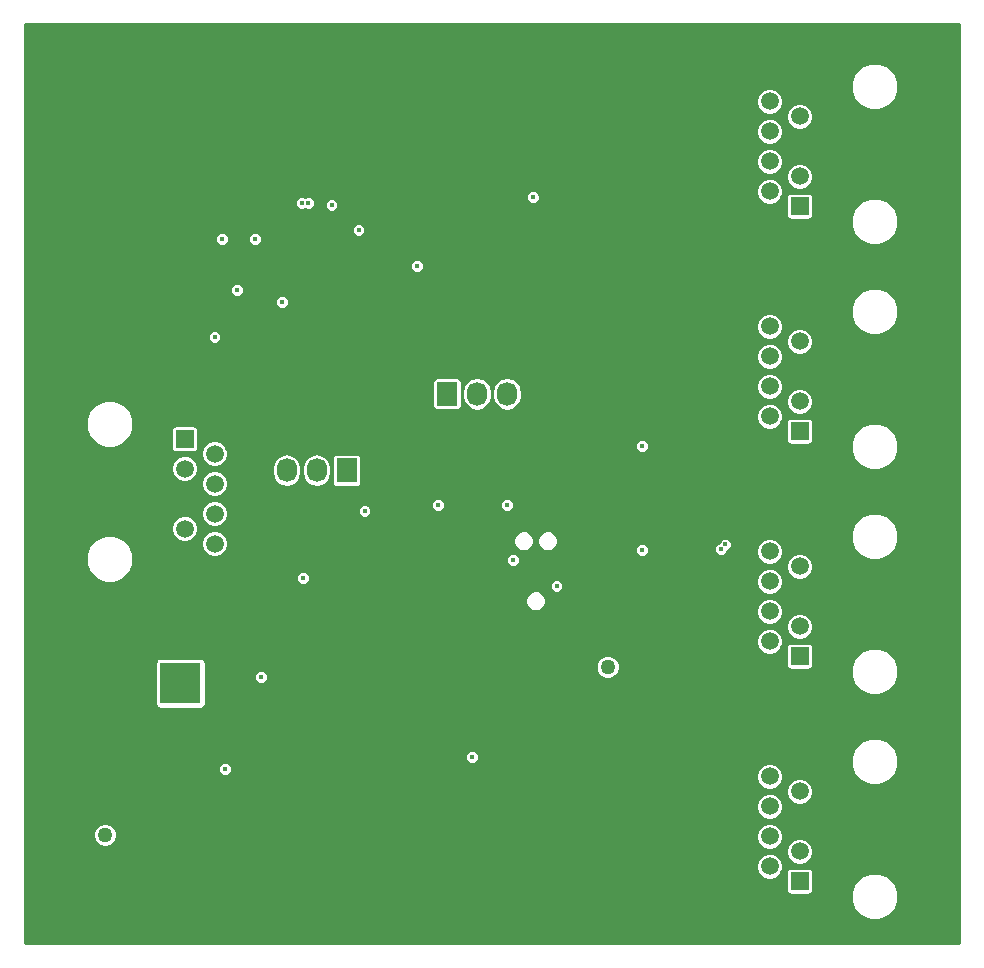
<source format=gbr>
G04 #@! TF.FileFunction,Copper,L2,Inr,Signal*
%FSLAX46Y46*%
G04 Gerber Fmt 4.6, Leading zero omitted, Abs format (unit mm)*
G04 Created by KiCad (PCBNEW (2016-02-16 BZR 6568, Git 6c5f954)-product) date Sun 21 Feb 2016 12:14:23 PM EST*
%MOMM*%
G01*
G04 APERTURE LIST*
%ADD10C,0.100000*%
%ADD11R,3.500120X3.500120*%
%ADD12R,1.501140X1.501140*%
%ADD13C,1.501140*%
%ADD14C,2.500000*%
%ADD15R,1.727200X2.032000*%
%ADD16O,1.727200X2.032000*%
%ADD17C,0.406400*%
%ADD18C,1.270000*%
%ADD19C,0.254000*%
G04 APERTURE END LIST*
D10*
D11*
X101249480Y-122301000D03*
X95250000Y-122301000D03*
X98249740Y-127000000D03*
D12*
X153670000Y-120015000D03*
D13*
X151130000Y-118745000D03*
X153670000Y-117475000D03*
X151130000Y-116205000D03*
X153670000Y-114935000D03*
X151130000Y-113665000D03*
X153670000Y-112395000D03*
X151130000Y-111125000D03*
D14*
X163070000Y-123420000D03*
X163070000Y-107720000D03*
D12*
X101600000Y-101600000D03*
D13*
X104140000Y-102870000D03*
X101600000Y-104140000D03*
X104140000Y-105410000D03*
X101600000Y-106680000D03*
X104140000Y-107950000D03*
X101600000Y-109220000D03*
X104140000Y-110490000D03*
D14*
X92200000Y-98195000D03*
X92200000Y-113895000D03*
D12*
X153670000Y-81915000D03*
D13*
X151130000Y-80645000D03*
X153670000Y-79375000D03*
X151130000Y-78105000D03*
X153670000Y-76835000D03*
X151130000Y-75565000D03*
X153670000Y-74295000D03*
X151130000Y-73025000D03*
D14*
X163070000Y-85320000D03*
X163070000Y-69620000D03*
D12*
X153670000Y-100965000D03*
D13*
X151130000Y-99695000D03*
X153670000Y-98425000D03*
X151130000Y-97155000D03*
X153670000Y-95885000D03*
X151130000Y-94615000D03*
X153670000Y-93345000D03*
X151130000Y-92075000D03*
D14*
X163070000Y-104370000D03*
X163070000Y-88670000D03*
D12*
X153670000Y-139065000D03*
D13*
X151130000Y-137795000D03*
X153670000Y-136525000D03*
X151130000Y-135255000D03*
X153670000Y-133985000D03*
X151130000Y-132715000D03*
X153670000Y-131445000D03*
X151130000Y-130175000D03*
D14*
X163070000Y-142470000D03*
X163070000Y-126770000D03*
D15*
X123825000Y-97790000D03*
D16*
X126365000Y-97790000D03*
X128905000Y-97790000D03*
D15*
X115316000Y-104267000D03*
D16*
X112776000Y-104267000D03*
X110236000Y-104267000D03*
D17*
X123063000Y-107196000D03*
X131097000Y-81153000D03*
X106045000Y-89027000D03*
X109855000Y-90043000D03*
X104775000Y-84709000D03*
X116332000Y-83947000D03*
X107569000Y-84709000D03*
X112038000Y-81661000D03*
X111506000Y-81661000D03*
X140335000Y-110998000D03*
X140335000Y-102235000D03*
X125951000Y-128524000D03*
X133096000Y-114046000D03*
X128905000Y-107196000D03*
X121285000Y-86995000D03*
X116840000Y-107696000D03*
X111633000Y-113411000D03*
D18*
X94869000Y-135128000D03*
D17*
X129413000Y-111887000D03*
X112395000Y-89281000D03*
X111760000Y-68580000D03*
X116840000Y-68580000D03*
X120650000Y-68580000D03*
X125730000Y-68580000D03*
X129540000Y-68580000D03*
X134620000Y-68580000D03*
X138430000Y-68580000D03*
X143510000Y-68580000D03*
X143510000Y-142240000D03*
X138430000Y-142240000D03*
X134620000Y-142240000D03*
X129540000Y-142240000D03*
X125730000Y-142240000D03*
X120650000Y-142240000D03*
X116840000Y-142240000D03*
X111760000Y-142240000D03*
X130175000Y-125603000D03*
X105029000Y-92075000D03*
X107569000Y-90043000D03*
X104775000Y-88646000D03*
X103505000Y-84709000D03*
X106426000Y-87630000D03*
X108458000Y-87503000D03*
X112522000Y-82169000D03*
X113157000Y-82169000D03*
X115714433Y-83656757D03*
X115570000Y-85217000D03*
X106426000Y-84709000D03*
X111506000Y-79248000D03*
X112522000Y-79248000D03*
X110538000Y-87233000D03*
X111538000Y-87233000D03*
X112538000Y-87233000D03*
X113538000Y-87233000D03*
X113538000Y-86233000D03*
X112538000Y-86233000D03*
X111538000Y-86233000D03*
X110538000Y-86233000D03*
X110538000Y-84233000D03*
X110538000Y-85233000D03*
X111538000Y-85233000D03*
X112538000Y-85233000D03*
X113538000Y-85233000D03*
X113538000Y-84233000D03*
X112538000Y-84233000D03*
X111538000Y-84233000D03*
X136271000Y-103759000D03*
X136271000Y-108331000D03*
X140335000Y-109982000D03*
X144780000Y-104394000D03*
X140335000Y-100965000D03*
X125730000Y-130683000D03*
X126619000Y-111379000D03*
X120650000Y-107061000D03*
X123444000Y-106553000D03*
X133096000Y-111506000D03*
X131191000Y-107442000D03*
X130556000Y-89281000D03*
X121311838Y-89254162D03*
X127000000Y-83820000D03*
X131445000Y-78740000D03*
X114173000Y-113411000D03*
D18*
X104902000Y-127889000D03*
X103759000Y-140462000D03*
X94869000Y-130302000D03*
X98679000Y-133350000D03*
D17*
X113030000Y-128778000D03*
X112268000Y-124333000D03*
X112268000Y-121793000D03*
D18*
X137414000Y-120904000D03*
D17*
X104140000Y-92964000D03*
X114046000Y-81788000D03*
X108077000Y-121793000D03*
X105029000Y-129540000D03*
X146995435Y-110941565D03*
X147390565Y-110546435D03*
D19*
G36*
X167184000Y-144324000D02*
X88086000Y-144324000D01*
X88086000Y-140732386D01*
X158013052Y-140732386D01*
X158317895Y-141470163D01*
X158881868Y-142035121D01*
X159619111Y-142341251D01*
X160417386Y-142341948D01*
X161155163Y-142037105D01*
X161720121Y-141473132D01*
X162026251Y-140735889D01*
X162026948Y-139937614D01*
X161722105Y-139199837D01*
X161158132Y-138634879D01*
X160420889Y-138328749D01*
X159622614Y-138328052D01*
X158884837Y-138632895D01*
X158319879Y-139196868D01*
X158013749Y-139934111D01*
X158013052Y-140732386D01*
X88086000Y-140732386D01*
X88086000Y-138019096D01*
X149998234Y-138019096D01*
X150170142Y-138435146D01*
X150488180Y-138753739D01*
X150903929Y-138926373D01*
X151354096Y-138926766D01*
X151770146Y-138754858D01*
X152088739Y-138436820D01*
X152139559Y-138314430D01*
X152530966Y-138314430D01*
X152530966Y-139815570D01*
X152560536Y-139964229D01*
X152644744Y-140090256D01*
X152770771Y-140174464D01*
X152919430Y-140204034D01*
X154420570Y-140204034D01*
X154569229Y-140174464D01*
X154695256Y-140090256D01*
X154779464Y-139964229D01*
X154809034Y-139815570D01*
X154809034Y-138314430D01*
X154779464Y-138165771D01*
X154695256Y-138039744D01*
X154569229Y-137955536D01*
X154420570Y-137925966D01*
X152919430Y-137925966D01*
X152770771Y-137955536D01*
X152644744Y-138039744D01*
X152560536Y-138165771D01*
X152530966Y-138314430D01*
X152139559Y-138314430D01*
X152261373Y-138021071D01*
X152261766Y-137570904D01*
X152089858Y-137154854D01*
X151771820Y-136836261D01*
X151561904Y-136749096D01*
X152538234Y-136749096D01*
X152710142Y-137165146D01*
X153028180Y-137483739D01*
X153443929Y-137656373D01*
X153894096Y-137656766D01*
X154310146Y-137484858D01*
X154628739Y-137166820D01*
X154801373Y-136751071D01*
X154801766Y-136300904D01*
X154629858Y-135884854D01*
X154311820Y-135566261D01*
X153896071Y-135393627D01*
X153445904Y-135393234D01*
X153029854Y-135565142D01*
X152711261Y-135883180D01*
X152538627Y-136298929D01*
X152538234Y-136749096D01*
X151561904Y-136749096D01*
X151356071Y-136663627D01*
X150905904Y-136663234D01*
X150489854Y-136835142D01*
X150171261Y-137153180D01*
X149998627Y-137568929D01*
X149998234Y-138019096D01*
X88086000Y-138019096D01*
X88086000Y-135329208D01*
X93852824Y-135329208D01*
X94007175Y-135702766D01*
X94292731Y-135988821D01*
X94666018Y-136143824D01*
X95070208Y-136144176D01*
X95443766Y-135989825D01*
X95729821Y-135704269D01*
X95823321Y-135479096D01*
X149998234Y-135479096D01*
X150170142Y-135895146D01*
X150488180Y-136213739D01*
X150903929Y-136386373D01*
X151354096Y-136386766D01*
X151770146Y-136214858D01*
X152088739Y-135896820D01*
X152261373Y-135481071D01*
X152261766Y-135030904D01*
X152089858Y-134614854D01*
X151771820Y-134296261D01*
X151356071Y-134123627D01*
X150905904Y-134123234D01*
X150489854Y-134295142D01*
X150171261Y-134613180D01*
X149998627Y-135028929D01*
X149998234Y-135479096D01*
X95823321Y-135479096D01*
X95884824Y-135330982D01*
X95885176Y-134926792D01*
X95730825Y-134553234D01*
X95445269Y-134267179D01*
X95071982Y-134112176D01*
X94667792Y-134111824D01*
X94294234Y-134266175D01*
X94008179Y-134551731D01*
X93853176Y-134925018D01*
X93852824Y-135329208D01*
X88086000Y-135329208D01*
X88086000Y-132939096D01*
X149998234Y-132939096D01*
X150170142Y-133355146D01*
X150488180Y-133673739D01*
X150903929Y-133846373D01*
X151354096Y-133846766D01*
X151770146Y-133674858D01*
X152088739Y-133356820D01*
X152261373Y-132941071D01*
X152261766Y-132490904D01*
X152089858Y-132074854D01*
X151771820Y-131756261D01*
X151561904Y-131669096D01*
X152538234Y-131669096D01*
X152710142Y-132085146D01*
X153028180Y-132403739D01*
X153443929Y-132576373D01*
X153894096Y-132576766D01*
X154310146Y-132404858D01*
X154628739Y-132086820D01*
X154801373Y-131671071D01*
X154801766Y-131220904D01*
X154629858Y-130804854D01*
X154311820Y-130486261D01*
X153896071Y-130313627D01*
X153445904Y-130313234D01*
X153029854Y-130485142D01*
X152711261Y-130803180D01*
X152538627Y-131218929D01*
X152538234Y-131669096D01*
X151561904Y-131669096D01*
X151356071Y-131583627D01*
X150905904Y-131583234D01*
X150489854Y-131755142D01*
X150171261Y-132073180D01*
X149998627Y-132488929D01*
X149998234Y-132939096D01*
X88086000Y-132939096D01*
X88086000Y-130399096D01*
X149998234Y-130399096D01*
X150170142Y-130815146D01*
X150488180Y-131133739D01*
X150903929Y-131306373D01*
X151354096Y-131306766D01*
X151770146Y-131134858D01*
X152088739Y-130816820D01*
X152261373Y-130401071D01*
X152261766Y-129950904D01*
X152089858Y-129534854D01*
X151857795Y-129302386D01*
X158013052Y-129302386D01*
X158317895Y-130040163D01*
X158881868Y-130605121D01*
X159619111Y-130911251D01*
X160417386Y-130911948D01*
X161155163Y-130607105D01*
X161720121Y-130043132D01*
X162026251Y-129305889D01*
X162026948Y-128507614D01*
X161722105Y-127769837D01*
X161158132Y-127204879D01*
X160420889Y-126898749D01*
X159622614Y-126898052D01*
X158884837Y-127202895D01*
X158319879Y-127766868D01*
X158013749Y-128504111D01*
X158013052Y-129302386D01*
X151857795Y-129302386D01*
X151771820Y-129216261D01*
X151356071Y-129043627D01*
X150905904Y-129043234D01*
X150489854Y-129215142D01*
X150171261Y-129533180D01*
X149998627Y-129948929D01*
X149998234Y-130399096D01*
X88086000Y-130399096D01*
X88086000Y-129655695D01*
X104444699Y-129655695D01*
X104533451Y-129870490D01*
X104697645Y-130034972D01*
X104912286Y-130124098D01*
X105144695Y-130124301D01*
X105359490Y-130035549D01*
X105523972Y-129871355D01*
X105613098Y-129656714D01*
X105613301Y-129424305D01*
X105524549Y-129209510D01*
X105360355Y-129045028D01*
X105145714Y-128955902D01*
X104913305Y-128955699D01*
X104698510Y-129044451D01*
X104534028Y-129208645D01*
X104444902Y-129423286D01*
X104444699Y-129655695D01*
X88086000Y-129655695D01*
X88086000Y-128639695D01*
X125366699Y-128639695D01*
X125455451Y-128854490D01*
X125619645Y-129018972D01*
X125834286Y-129108098D01*
X126066695Y-129108301D01*
X126281490Y-129019549D01*
X126445972Y-128855355D01*
X126535098Y-128640714D01*
X126535301Y-128408305D01*
X126446549Y-128193510D01*
X126282355Y-128029028D01*
X126067714Y-127939902D01*
X125835305Y-127939699D01*
X125620510Y-128028451D01*
X125456028Y-128192645D01*
X125366902Y-128407286D01*
X125366699Y-128639695D01*
X88086000Y-128639695D01*
X88086000Y-120550940D01*
X99110956Y-120550940D01*
X99110956Y-124051060D01*
X99140526Y-124199719D01*
X99224734Y-124325746D01*
X99350761Y-124409954D01*
X99499420Y-124439524D01*
X102999540Y-124439524D01*
X103148199Y-124409954D01*
X103274226Y-124325746D01*
X103358434Y-124199719D01*
X103388004Y-124051060D01*
X103388004Y-121908695D01*
X107492699Y-121908695D01*
X107581451Y-122123490D01*
X107745645Y-122287972D01*
X107960286Y-122377098D01*
X108192695Y-122377301D01*
X108407490Y-122288549D01*
X108571972Y-122124355D01*
X108661098Y-121909714D01*
X108661301Y-121677305D01*
X108572549Y-121462510D01*
X108408355Y-121298028D01*
X108193714Y-121208902D01*
X107961305Y-121208699D01*
X107746510Y-121297451D01*
X107582028Y-121461645D01*
X107492902Y-121676286D01*
X107492699Y-121908695D01*
X103388004Y-121908695D01*
X103388004Y-121105208D01*
X136397824Y-121105208D01*
X136552175Y-121478766D01*
X136837731Y-121764821D01*
X137211018Y-121919824D01*
X137615208Y-121920176D01*
X137988766Y-121765825D01*
X138072350Y-121682386D01*
X158013052Y-121682386D01*
X158317895Y-122420163D01*
X158881868Y-122985121D01*
X159619111Y-123291251D01*
X160417386Y-123291948D01*
X161155163Y-122987105D01*
X161720121Y-122423132D01*
X162026251Y-121685889D01*
X162026948Y-120887614D01*
X161722105Y-120149837D01*
X161158132Y-119584879D01*
X160420889Y-119278749D01*
X159622614Y-119278052D01*
X158884837Y-119582895D01*
X158319879Y-120146868D01*
X158013749Y-120884111D01*
X158013052Y-121682386D01*
X138072350Y-121682386D01*
X138274821Y-121480269D01*
X138429824Y-121106982D01*
X138430176Y-120702792D01*
X138275825Y-120329234D01*
X137990269Y-120043179D01*
X137616982Y-119888176D01*
X137212792Y-119887824D01*
X136839234Y-120042175D01*
X136553179Y-120327731D01*
X136398176Y-120701018D01*
X136397824Y-121105208D01*
X103388004Y-121105208D01*
X103388004Y-120550940D01*
X103358434Y-120402281D01*
X103274226Y-120276254D01*
X103148199Y-120192046D01*
X102999540Y-120162476D01*
X99499420Y-120162476D01*
X99350761Y-120192046D01*
X99224734Y-120276254D01*
X99140526Y-120402281D01*
X99110956Y-120550940D01*
X88086000Y-120550940D01*
X88086000Y-118969096D01*
X149998234Y-118969096D01*
X150170142Y-119385146D01*
X150488180Y-119703739D01*
X150903929Y-119876373D01*
X151354096Y-119876766D01*
X151770146Y-119704858D01*
X152088739Y-119386820D01*
X152139559Y-119264430D01*
X152530966Y-119264430D01*
X152530966Y-120765570D01*
X152560536Y-120914229D01*
X152644744Y-121040256D01*
X152770771Y-121124464D01*
X152919430Y-121154034D01*
X154420570Y-121154034D01*
X154569229Y-121124464D01*
X154695256Y-121040256D01*
X154779464Y-120914229D01*
X154809034Y-120765570D01*
X154809034Y-119264430D01*
X154779464Y-119115771D01*
X154695256Y-118989744D01*
X154569229Y-118905536D01*
X154420570Y-118875966D01*
X152919430Y-118875966D01*
X152770771Y-118905536D01*
X152644744Y-118989744D01*
X152560536Y-119115771D01*
X152530966Y-119264430D01*
X152139559Y-119264430D01*
X152261373Y-118971071D01*
X152261766Y-118520904D01*
X152089858Y-118104854D01*
X151771820Y-117786261D01*
X151561904Y-117699096D01*
X152538234Y-117699096D01*
X152710142Y-118115146D01*
X153028180Y-118433739D01*
X153443929Y-118606373D01*
X153894096Y-118606766D01*
X154310146Y-118434858D01*
X154628739Y-118116820D01*
X154801373Y-117701071D01*
X154801766Y-117250904D01*
X154629858Y-116834854D01*
X154311820Y-116516261D01*
X153896071Y-116343627D01*
X153445904Y-116343234D01*
X153029854Y-116515142D01*
X152711261Y-116833180D01*
X152538627Y-117248929D01*
X152538234Y-117699096D01*
X151561904Y-117699096D01*
X151356071Y-117613627D01*
X150905904Y-117613234D01*
X150489854Y-117785142D01*
X150171261Y-118103180D01*
X149998627Y-118518929D01*
X149998234Y-118969096D01*
X88086000Y-118969096D01*
X88086000Y-116429096D01*
X149998234Y-116429096D01*
X150170142Y-116845146D01*
X150488180Y-117163739D01*
X150903929Y-117336373D01*
X151354096Y-117336766D01*
X151770146Y-117164858D01*
X152088739Y-116846820D01*
X152261373Y-116431071D01*
X152261766Y-115980904D01*
X152089858Y-115564854D01*
X151771820Y-115246261D01*
X151356071Y-115073627D01*
X150905904Y-115073234D01*
X150489854Y-115245142D01*
X150171261Y-115563180D01*
X149998627Y-115978929D01*
X149998234Y-116429096D01*
X88086000Y-116429096D01*
X88086000Y-115489582D01*
X130441348Y-115489582D01*
X130574506Y-115811849D01*
X130820854Y-116058628D01*
X131142888Y-116192348D01*
X131491582Y-116192652D01*
X131813849Y-116059494D01*
X132060628Y-115813146D01*
X132194348Y-115491112D01*
X132194652Y-115142418D01*
X132061494Y-114820151D01*
X131815146Y-114573372D01*
X131493112Y-114439652D01*
X131144418Y-114439348D01*
X130822151Y-114572506D01*
X130575372Y-114818854D01*
X130441652Y-115140888D01*
X130441348Y-115489582D01*
X88086000Y-115489582D01*
X88086000Y-114161695D01*
X132511699Y-114161695D01*
X132600451Y-114376490D01*
X132764645Y-114540972D01*
X132979286Y-114630098D01*
X133211695Y-114630301D01*
X133426490Y-114541549D01*
X133590972Y-114377355D01*
X133680098Y-114162714D01*
X133680301Y-113930305D01*
X133663274Y-113889096D01*
X149998234Y-113889096D01*
X150170142Y-114305146D01*
X150488180Y-114623739D01*
X150903929Y-114796373D01*
X151354096Y-114796766D01*
X151770146Y-114624858D01*
X152088739Y-114306820D01*
X152261373Y-113891071D01*
X152261766Y-113440904D01*
X152089858Y-113024854D01*
X151771820Y-112706261D01*
X151561904Y-112619096D01*
X152538234Y-112619096D01*
X152710142Y-113035146D01*
X153028180Y-113353739D01*
X153443929Y-113526373D01*
X153894096Y-113526766D01*
X154310146Y-113354858D01*
X154628739Y-113036820D01*
X154801373Y-112621071D01*
X154801766Y-112170904D01*
X154629858Y-111754854D01*
X154311820Y-111436261D01*
X153896071Y-111263627D01*
X153445904Y-111263234D01*
X153029854Y-111435142D01*
X152711261Y-111753180D01*
X152538627Y-112168929D01*
X152538234Y-112619096D01*
X151561904Y-112619096D01*
X151356071Y-112533627D01*
X150905904Y-112533234D01*
X150489854Y-112705142D01*
X150171261Y-113023180D01*
X149998627Y-113438929D01*
X149998234Y-113889096D01*
X133663274Y-113889096D01*
X133591549Y-113715510D01*
X133427355Y-113551028D01*
X133212714Y-113461902D01*
X132980305Y-113461699D01*
X132765510Y-113550451D01*
X132601028Y-113714645D01*
X132511902Y-113929286D01*
X132511699Y-114161695D01*
X88086000Y-114161695D01*
X88086000Y-112157386D01*
X93243052Y-112157386D01*
X93547895Y-112895163D01*
X94111868Y-113460121D01*
X94849111Y-113766251D01*
X95647386Y-113766948D01*
X96228843Y-113526695D01*
X111048699Y-113526695D01*
X111137451Y-113741490D01*
X111301645Y-113905972D01*
X111516286Y-113995098D01*
X111748695Y-113995301D01*
X111963490Y-113906549D01*
X112127972Y-113742355D01*
X112217098Y-113527714D01*
X112217301Y-113295305D01*
X112128549Y-113080510D01*
X111964355Y-112916028D01*
X111749714Y-112826902D01*
X111517305Y-112826699D01*
X111302510Y-112915451D01*
X111138028Y-113079645D01*
X111048902Y-113294286D01*
X111048699Y-113526695D01*
X96228843Y-113526695D01*
X96385163Y-113462105D01*
X96950121Y-112898132D01*
X97256251Y-112160889D01*
X97256389Y-112002695D01*
X128828699Y-112002695D01*
X128917451Y-112217490D01*
X129081645Y-112381972D01*
X129296286Y-112471098D01*
X129528695Y-112471301D01*
X129743490Y-112382549D01*
X129907972Y-112218355D01*
X129997098Y-112003714D01*
X129997301Y-111771305D01*
X129908549Y-111556510D01*
X129744355Y-111392028D01*
X129529714Y-111302902D01*
X129297305Y-111302699D01*
X129082510Y-111391451D01*
X128918028Y-111555645D01*
X128828902Y-111770286D01*
X128828699Y-112002695D01*
X97256389Y-112002695D01*
X97256948Y-111362614D01*
X96988987Y-110714096D01*
X103008234Y-110714096D01*
X103180142Y-111130146D01*
X103498180Y-111448739D01*
X103913929Y-111621373D01*
X104364096Y-111621766D01*
X104780146Y-111449858D01*
X105098739Y-111131820D01*
X105106265Y-111113695D01*
X139750699Y-111113695D01*
X139839451Y-111328490D01*
X140003645Y-111492972D01*
X140218286Y-111582098D01*
X140450695Y-111582301D01*
X140665490Y-111493549D01*
X140829972Y-111329355D01*
X140919098Y-111114714D01*
X140919148Y-111057260D01*
X146411134Y-111057260D01*
X146499886Y-111272055D01*
X146664080Y-111436537D01*
X146878721Y-111525663D01*
X147111130Y-111525866D01*
X147325925Y-111437114D01*
X147414097Y-111349096D01*
X149998234Y-111349096D01*
X150170142Y-111765146D01*
X150488180Y-112083739D01*
X150903929Y-112256373D01*
X151354096Y-112256766D01*
X151770146Y-112084858D01*
X152088739Y-111766820D01*
X152261373Y-111351071D01*
X152261766Y-110900904D01*
X152089858Y-110484854D01*
X151857795Y-110252386D01*
X158013052Y-110252386D01*
X158317895Y-110990163D01*
X158881868Y-111555121D01*
X159619111Y-111861251D01*
X160417386Y-111861948D01*
X161155163Y-111557105D01*
X161720121Y-110993132D01*
X162026251Y-110255889D01*
X162026948Y-109457614D01*
X161722105Y-108719837D01*
X161158132Y-108154879D01*
X160420889Y-107848749D01*
X159622614Y-107848052D01*
X158884837Y-108152895D01*
X158319879Y-108716868D01*
X158013749Y-109454111D01*
X158013052Y-110252386D01*
X151857795Y-110252386D01*
X151771820Y-110166261D01*
X151356071Y-109993627D01*
X150905904Y-109993234D01*
X150489854Y-110165142D01*
X150171261Y-110483180D01*
X149998627Y-110898929D01*
X149998234Y-111349096D01*
X147414097Y-111349096D01*
X147490407Y-111272920D01*
X147558391Y-111109196D01*
X147721055Y-111041984D01*
X147885537Y-110877790D01*
X147974663Y-110663149D01*
X147974866Y-110430740D01*
X147886114Y-110215945D01*
X147721920Y-110051463D01*
X147507279Y-109962337D01*
X147274870Y-109962134D01*
X147060075Y-110050886D01*
X146895593Y-110215080D01*
X146827609Y-110378804D01*
X146664945Y-110446016D01*
X146500463Y-110610210D01*
X146411337Y-110824851D01*
X146411134Y-111057260D01*
X140919148Y-111057260D01*
X140919301Y-110882305D01*
X140830549Y-110667510D01*
X140666355Y-110503028D01*
X140451714Y-110413902D01*
X140219305Y-110413699D01*
X140004510Y-110502451D01*
X139840028Y-110666645D01*
X139750902Y-110881286D01*
X139750699Y-111113695D01*
X105106265Y-111113695D01*
X105271373Y-110716071D01*
X105271640Y-110409582D01*
X129425348Y-110409582D01*
X129558506Y-110731849D01*
X129804854Y-110978628D01*
X130126888Y-111112348D01*
X130475582Y-111112652D01*
X130797849Y-110979494D01*
X131044628Y-110733146D01*
X131178348Y-110411112D01*
X131178349Y-110409582D01*
X131457348Y-110409582D01*
X131590506Y-110731849D01*
X131836854Y-110978628D01*
X132158888Y-111112348D01*
X132507582Y-111112652D01*
X132829849Y-110979494D01*
X133076628Y-110733146D01*
X133210348Y-110411112D01*
X133210652Y-110062418D01*
X133077494Y-109740151D01*
X132831146Y-109493372D01*
X132509112Y-109359652D01*
X132160418Y-109359348D01*
X131838151Y-109492506D01*
X131591372Y-109738854D01*
X131457652Y-110060888D01*
X131457348Y-110409582D01*
X131178349Y-110409582D01*
X131178652Y-110062418D01*
X131045494Y-109740151D01*
X130799146Y-109493372D01*
X130477112Y-109359652D01*
X130128418Y-109359348D01*
X129806151Y-109492506D01*
X129559372Y-109738854D01*
X129425652Y-110060888D01*
X129425348Y-110409582D01*
X105271640Y-110409582D01*
X105271766Y-110265904D01*
X105099858Y-109849854D01*
X104781820Y-109531261D01*
X104366071Y-109358627D01*
X103915904Y-109358234D01*
X103499854Y-109530142D01*
X103181261Y-109848180D01*
X103008627Y-110263929D01*
X103008234Y-110714096D01*
X96988987Y-110714096D01*
X96952105Y-110624837D01*
X96388132Y-110059879D01*
X95650889Y-109753749D01*
X94852614Y-109753052D01*
X94114837Y-110057895D01*
X93549879Y-110621868D01*
X93243749Y-111359111D01*
X93243052Y-112157386D01*
X88086000Y-112157386D01*
X88086000Y-109444096D01*
X100468234Y-109444096D01*
X100640142Y-109860146D01*
X100958180Y-110178739D01*
X101373929Y-110351373D01*
X101824096Y-110351766D01*
X102240146Y-110179858D01*
X102558739Y-109861820D01*
X102731373Y-109446071D01*
X102731766Y-108995904D01*
X102559858Y-108579854D01*
X102241820Y-108261261D01*
X102031904Y-108174096D01*
X103008234Y-108174096D01*
X103180142Y-108590146D01*
X103498180Y-108908739D01*
X103913929Y-109081373D01*
X104364096Y-109081766D01*
X104780146Y-108909858D01*
X105098739Y-108591820D01*
X105271373Y-108176071D01*
X105271691Y-107811695D01*
X116255699Y-107811695D01*
X116344451Y-108026490D01*
X116508645Y-108190972D01*
X116723286Y-108280098D01*
X116955695Y-108280301D01*
X117170490Y-108191549D01*
X117334972Y-108027355D01*
X117424098Y-107812714D01*
X117424301Y-107580305D01*
X117335549Y-107365510D01*
X117281829Y-107311695D01*
X122478699Y-107311695D01*
X122567451Y-107526490D01*
X122731645Y-107690972D01*
X122946286Y-107780098D01*
X123178695Y-107780301D01*
X123393490Y-107691549D01*
X123557972Y-107527355D01*
X123647098Y-107312714D01*
X123647098Y-107311695D01*
X128320699Y-107311695D01*
X128409451Y-107526490D01*
X128573645Y-107690972D01*
X128788286Y-107780098D01*
X129020695Y-107780301D01*
X129235490Y-107691549D01*
X129399972Y-107527355D01*
X129489098Y-107312714D01*
X129489301Y-107080305D01*
X129400549Y-106865510D01*
X129236355Y-106701028D01*
X129021714Y-106611902D01*
X128789305Y-106611699D01*
X128574510Y-106700451D01*
X128410028Y-106864645D01*
X128320902Y-107079286D01*
X128320699Y-107311695D01*
X123647098Y-107311695D01*
X123647301Y-107080305D01*
X123558549Y-106865510D01*
X123394355Y-106701028D01*
X123179714Y-106611902D01*
X122947305Y-106611699D01*
X122732510Y-106700451D01*
X122568028Y-106864645D01*
X122478902Y-107079286D01*
X122478699Y-107311695D01*
X117281829Y-107311695D01*
X117171355Y-107201028D01*
X116956714Y-107111902D01*
X116724305Y-107111699D01*
X116509510Y-107200451D01*
X116345028Y-107364645D01*
X116255902Y-107579286D01*
X116255699Y-107811695D01*
X105271691Y-107811695D01*
X105271766Y-107725904D01*
X105099858Y-107309854D01*
X104781820Y-106991261D01*
X104366071Y-106818627D01*
X103915904Y-106818234D01*
X103499854Y-106990142D01*
X103181261Y-107308180D01*
X103008627Y-107723929D01*
X103008234Y-108174096D01*
X102031904Y-108174096D01*
X101826071Y-108088627D01*
X101375904Y-108088234D01*
X100959854Y-108260142D01*
X100641261Y-108578180D01*
X100468627Y-108993929D01*
X100468234Y-109444096D01*
X88086000Y-109444096D01*
X88086000Y-105634096D01*
X103008234Y-105634096D01*
X103180142Y-106050146D01*
X103498180Y-106368739D01*
X103913929Y-106541373D01*
X104364096Y-106541766D01*
X104780146Y-106369858D01*
X105098739Y-106051820D01*
X105271373Y-105636071D01*
X105271766Y-105185904D01*
X105099858Y-104769854D01*
X104781820Y-104451261D01*
X104366071Y-104278627D01*
X103915904Y-104278234D01*
X103499854Y-104450142D01*
X103181261Y-104768180D01*
X103008627Y-105183929D01*
X103008234Y-105634096D01*
X88086000Y-105634096D01*
X88086000Y-104364096D01*
X100468234Y-104364096D01*
X100640142Y-104780146D01*
X100958180Y-105098739D01*
X101373929Y-105271373D01*
X101824096Y-105271766D01*
X102240146Y-105099858D01*
X102558739Y-104781820D01*
X102731373Y-104366071D01*
X102731616Y-104087231D01*
X108991400Y-104087231D01*
X108991400Y-104446769D01*
X109086140Y-104923057D01*
X109355935Y-105326834D01*
X109759712Y-105596629D01*
X110236000Y-105691369D01*
X110712288Y-105596629D01*
X111116065Y-105326834D01*
X111385860Y-104923057D01*
X111480600Y-104446769D01*
X111480600Y-104087231D01*
X111531400Y-104087231D01*
X111531400Y-104446769D01*
X111626140Y-104923057D01*
X111895935Y-105326834D01*
X112299712Y-105596629D01*
X112776000Y-105691369D01*
X113252288Y-105596629D01*
X113656065Y-105326834D01*
X113925860Y-104923057D01*
X114020600Y-104446769D01*
X114020600Y-104087231D01*
X113925860Y-103610943D01*
X113685354Y-103251000D01*
X114063936Y-103251000D01*
X114063936Y-105283000D01*
X114093506Y-105431659D01*
X114177714Y-105557686D01*
X114303741Y-105641894D01*
X114452400Y-105671464D01*
X116179600Y-105671464D01*
X116328259Y-105641894D01*
X116454286Y-105557686D01*
X116538494Y-105431659D01*
X116568064Y-105283000D01*
X116568064Y-103251000D01*
X116538494Y-103102341D01*
X116454286Y-102976314D01*
X116328259Y-102892106D01*
X116179600Y-102862536D01*
X114452400Y-102862536D01*
X114303741Y-102892106D01*
X114177714Y-102976314D01*
X114093506Y-103102341D01*
X114063936Y-103251000D01*
X113685354Y-103251000D01*
X113656065Y-103207166D01*
X113252288Y-102937371D01*
X112776000Y-102842631D01*
X112299712Y-102937371D01*
X111895935Y-103207166D01*
X111626140Y-103610943D01*
X111531400Y-104087231D01*
X111480600Y-104087231D01*
X111385860Y-103610943D01*
X111116065Y-103207166D01*
X110712288Y-102937371D01*
X110236000Y-102842631D01*
X109759712Y-102937371D01*
X109355935Y-103207166D01*
X109086140Y-103610943D01*
X108991400Y-104087231D01*
X102731616Y-104087231D01*
X102731766Y-103915904D01*
X102559858Y-103499854D01*
X102241820Y-103181261D01*
X102031904Y-103094096D01*
X103008234Y-103094096D01*
X103180142Y-103510146D01*
X103498180Y-103828739D01*
X103913929Y-104001373D01*
X104364096Y-104001766D01*
X104780146Y-103829858D01*
X105098739Y-103511820D01*
X105271373Y-103096071D01*
X105271766Y-102645904D01*
X105149789Y-102350695D01*
X139750699Y-102350695D01*
X139839451Y-102565490D01*
X140003645Y-102729972D01*
X140218286Y-102819098D01*
X140450695Y-102819301D01*
X140665490Y-102730549D01*
X140763825Y-102632386D01*
X158013052Y-102632386D01*
X158317895Y-103370163D01*
X158881868Y-103935121D01*
X159619111Y-104241251D01*
X160417386Y-104241948D01*
X161155163Y-103937105D01*
X161720121Y-103373132D01*
X162026251Y-102635889D01*
X162026948Y-101837614D01*
X161722105Y-101099837D01*
X161158132Y-100534879D01*
X160420889Y-100228749D01*
X159622614Y-100228052D01*
X158884837Y-100532895D01*
X158319879Y-101096868D01*
X158013749Y-101834111D01*
X158013052Y-102632386D01*
X140763825Y-102632386D01*
X140829972Y-102566355D01*
X140919098Y-102351714D01*
X140919301Y-102119305D01*
X140830549Y-101904510D01*
X140666355Y-101740028D01*
X140451714Y-101650902D01*
X140219305Y-101650699D01*
X140004510Y-101739451D01*
X139840028Y-101903645D01*
X139750902Y-102118286D01*
X139750699Y-102350695D01*
X105149789Y-102350695D01*
X105099858Y-102229854D01*
X104781820Y-101911261D01*
X104366071Y-101738627D01*
X103915904Y-101738234D01*
X103499854Y-101910142D01*
X103181261Y-102228180D01*
X103008627Y-102643929D01*
X103008234Y-103094096D01*
X102031904Y-103094096D01*
X101826071Y-103008627D01*
X101375904Y-103008234D01*
X100959854Y-103180142D01*
X100641261Y-103498180D01*
X100468627Y-103913929D01*
X100468234Y-104364096D01*
X88086000Y-104364096D01*
X88086000Y-100727386D01*
X93243052Y-100727386D01*
X93547895Y-101465163D01*
X94111868Y-102030121D01*
X94849111Y-102336251D01*
X95647386Y-102336948D01*
X96385163Y-102032105D01*
X96950121Y-101468132D01*
X97207028Y-100849430D01*
X100460966Y-100849430D01*
X100460966Y-102350570D01*
X100490536Y-102499229D01*
X100574744Y-102625256D01*
X100700771Y-102709464D01*
X100849430Y-102739034D01*
X102350570Y-102739034D01*
X102499229Y-102709464D01*
X102625256Y-102625256D01*
X102709464Y-102499229D01*
X102739034Y-102350570D01*
X102739034Y-100849430D01*
X102709464Y-100700771D01*
X102625256Y-100574744D01*
X102499229Y-100490536D01*
X102350570Y-100460966D01*
X100849430Y-100460966D01*
X100700771Y-100490536D01*
X100574744Y-100574744D01*
X100490536Y-100700771D01*
X100460966Y-100849430D01*
X97207028Y-100849430D01*
X97256251Y-100730889D01*
X97256948Y-99932614D01*
X97251363Y-99919096D01*
X149998234Y-99919096D01*
X150170142Y-100335146D01*
X150488180Y-100653739D01*
X150903929Y-100826373D01*
X151354096Y-100826766D01*
X151770146Y-100654858D01*
X152088739Y-100336820D01*
X152139559Y-100214430D01*
X152530966Y-100214430D01*
X152530966Y-101715570D01*
X152560536Y-101864229D01*
X152644744Y-101990256D01*
X152770771Y-102074464D01*
X152919430Y-102104034D01*
X154420570Y-102104034D01*
X154569229Y-102074464D01*
X154695256Y-101990256D01*
X154779464Y-101864229D01*
X154809034Y-101715570D01*
X154809034Y-100214430D01*
X154779464Y-100065771D01*
X154695256Y-99939744D01*
X154569229Y-99855536D01*
X154420570Y-99825966D01*
X152919430Y-99825966D01*
X152770771Y-99855536D01*
X152644744Y-99939744D01*
X152560536Y-100065771D01*
X152530966Y-100214430D01*
X152139559Y-100214430D01*
X152261373Y-99921071D01*
X152261766Y-99470904D01*
X152089858Y-99054854D01*
X151771820Y-98736261D01*
X151561904Y-98649096D01*
X152538234Y-98649096D01*
X152710142Y-99065146D01*
X153028180Y-99383739D01*
X153443929Y-99556373D01*
X153894096Y-99556766D01*
X154310146Y-99384858D01*
X154628739Y-99066820D01*
X154801373Y-98651071D01*
X154801766Y-98200904D01*
X154629858Y-97784854D01*
X154311820Y-97466261D01*
X153896071Y-97293627D01*
X153445904Y-97293234D01*
X153029854Y-97465142D01*
X152711261Y-97783180D01*
X152538627Y-98198929D01*
X152538234Y-98649096D01*
X151561904Y-98649096D01*
X151356071Y-98563627D01*
X150905904Y-98563234D01*
X150489854Y-98735142D01*
X150171261Y-99053180D01*
X149998627Y-99468929D01*
X149998234Y-99919096D01*
X97251363Y-99919096D01*
X96952105Y-99194837D01*
X96388132Y-98629879D01*
X95650889Y-98323749D01*
X94852614Y-98323052D01*
X94114837Y-98627895D01*
X93549879Y-99191868D01*
X93243749Y-99929111D01*
X93243052Y-100727386D01*
X88086000Y-100727386D01*
X88086000Y-96774000D01*
X122572936Y-96774000D01*
X122572936Y-98806000D01*
X122602506Y-98954659D01*
X122686714Y-99080686D01*
X122812741Y-99164894D01*
X122961400Y-99194464D01*
X124688600Y-99194464D01*
X124837259Y-99164894D01*
X124963286Y-99080686D01*
X125047494Y-98954659D01*
X125077064Y-98806000D01*
X125077064Y-97610231D01*
X125120400Y-97610231D01*
X125120400Y-97969769D01*
X125215140Y-98446057D01*
X125484935Y-98849834D01*
X125888712Y-99119629D01*
X126365000Y-99214369D01*
X126841288Y-99119629D01*
X127245065Y-98849834D01*
X127514860Y-98446057D01*
X127609600Y-97969769D01*
X127609600Y-97610231D01*
X127660400Y-97610231D01*
X127660400Y-97969769D01*
X127755140Y-98446057D01*
X128024935Y-98849834D01*
X128428712Y-99119629D01*
X128905000Y-99214369D01*
X129381288Y-99119629D01*
X129785065Y-98849834D01*
X130054860Y-98446057D01*
X130149600Y-97969769D01*
X130149600Y-97610231D01*
X130103625Y-97379096D01*
X149998234Y-97379096D01*
X150170142Y-97795146D01*
X150488180Y-98113739D01*
X150903929Y-98286373D01*
X151354096Y-98286766D01*
X151770146Y-98114858D01*
X152088739Y-97796820D01*
X152261373Y-97381071D01*
X152261766Y-96930904D01*
X152089858Y-96514854D01*
X151771820Y-96196261D01*
X151356071Y-96023627D01*
X150905904Y-96023234D01*
X150489854Y-96195142D01*
X150171261Y-96513180D01*
X149998627Y-96928929D01*
X149998234Y-97379096D01*
X130103625Y-97379096D01*
X130054860Y-97133943D01*
X129785065Y-96730166D01*
X129381288Y-96460371D01*
X128905000Y-96365631D01*
X128428712Y-96460371D01*
X128024935Y-96730166D01*
X127755140Y-97133943D01*
X127660400Y-97610231D01*
X127609600Y-97610231D01*
X127514860Y-97133943D01*
X127245065Y-96730166D01*
X126841288Y-96460371D01*
X126365000Y-96365631D01*
X125888712Y-96460371D01*
X125484935Y-96730166D01*
X125215140Y-97133943D01*
X125120400Y-97610231D01*
X125077064Y-97610231D01*
X125077064Y-96774000D01*
X125047494Y-96625341D01*
X124963286Y-96499314D01*
X124837259Y-96415106D01*
X124688600Y-96385536D01*
X122961400Y-96385536D01*
X122812741Y-96415106D01*
X122686714Y-96499314D01*
X122602506Y-96625341D01*
X122572936Y-96774000D01*
X88086000Y-96774000D01*
X88086000Y-94839096D01*
X149998234Y-94839096D01*
X150170142Y-95255146D01*
X150488180Y-95573739D01*
X150903929Y-95746373D01*
X151354096Y-95746766D01*
X151770146Y-95574858D01*
X152088739Y-95256820D01*
X152261373Y-94841071D01*
X152261766Y-94390904D01*
X152089858Y-93974854D01*
X151771820Y-93656261D01*
X151561904Y-93569096D01*
X152538234Y-93569096D01*
X152710142Y-93985146D01*
X153028180Y-94303739D01*
X153443929Y-94476373D01*
X153894096Y-94476766D01*
X154310146Y-94304858D01*
X154628739Y-93986820D01*
X154801373Y-93571071D01*
X154801766Y-93120904D01*
X154629858Y-92704854D01*
X154311820Y-92386261D01*
X153896071Y-92213627D01*
X153445904Y-92213234D01*
X153029854Y-92385142D01*
X152711261Y-92703180D01*
X152538627Y-93118929D01*
X152538234Y-93569096D01*
X151561904Y-93569096D01*
X151356071Y-93483627D01*
X150905904Y-93483234D01*
X150489854Y-93655142D01*
X150171261Y-93973180D01*
X149998627Y-94388929D01*
X149998234Y-94839096D01*
X88086000Y-94839096D01*
X88086000Y-93079695D01*
X103555699Y-93079695D01*
X103644451Y-93294490D01*
X103808645Y-93458972D01*
X104023286Y-93548098D01*
X104255695Y-93548301D01*
X104470490Y-93459549D01*
X104634972Y-93295355D01*
X104724098Y-93080714D01*
X104724301Y-92848305D01*
X104635549Y-92633510D01*
X104471355Y-92469028D01*
X104256714Y-92379902D01*
X104024305Y-92379699D01*
X103809510Y-92468451D01*
X103645028Y-92632645D01*
X103555902Y-92847286D01*
X103555699Y-93079695D01*
X88086000Y-93079695D01*
X88086000Y-92299096D01*
X149998234Y-92299096D01*
X150170142Y-92715146D01*
X150488180Y-93033739D01*
X150903929Y-93206373D01*
X151354096Y-93206766D01*
X151770146Y-93034858D01*
X152088739Y-92716820D01*
X152261373Y-92301071D01*
X152261766Y-91850904D01*
X152089858Y-91434854D01*
X151857795Y-91202386D01*
X158013052Y-91202386D01*
X158317895Y-91940163D01*
X158881868Y-92505121D01*
X159619111Y-92811251D01*
X160417386Y-92811948D01*
X161155163Y-92507105D01*
X161720121Y-91943132D01*
X162026251Y-91205889D01*
X162026948Y-90407614D01*
X161722105Y-89669837D01*
X161158132Y-89104879D01*
X160420889Y-88798749D01*
X159622614Y-88798052D01*
X158884837Y-89102895D01*
X158319879Y-89666868D01*
X158013749Y-90404111D01*
X158013052Y-91202386D01*
X151857795Y-91202386D01*
X151771820Y-91116261D01*
X151356071Y-90943627D01*
X150905904Y-90943234D01*
X150489854Y-91115142D01*
X150171261Y-91433180D01*
X149998627Y-91848929D01*
X149998234Y-92299096D01*
X88086000Y-92299096D01*
X88086000Y-90158695D01*
X109270699Y-90158695D01*
X109359451Y-90373490D01*
X109523645Y-90537972D01*
X109738286Y-90627098D01*
X109970695Y-90627301D01*
X110185490Y-90538549D01*
X110349972Y-90374355D01*
X110439098Y-90159714D01*
X110439301Y-89927305D01*
X110350549Y-89712510D01*
X110186355Y-89548028D01*
X109971714Y-89458902D01*
X109739305Y-89458699D01*
X109524510Y-89547451D01*
X109360028Y-89711645D01*
X109270902Y-89926286D01*
X109270699Y-90158695D01*
X88086000Y-90158695D01*
X88086000Y-89142695D01*
X105460699Y-89142695D01*
X105549451Y-89357490D01*
X105713645Y-89521972D01*
X105928286Y-89611098D01*
X106160695Y-89611301D01*
X106375490Y-89522549D01*
X106539972Y-89358355D01*
X106629098Y-89143714D01*
X106629301Y-88911305D01*
X106540549Y-88696510D01*
X106376355Y-88532028D01*
X106161714Y-88442902D01*
X105929305Y-88442699D01*
X105714510Y-88531451D01*
X105550028Y-88695645D01*
X105460902Y-88910286D01*
X105460699Y-89142695D01*
X88086000Y-89142695D01*
X88086000Y-87110695D01*
X120700699Y-87110695D01*
X120789451Y-87325490D01*
X120953645Y-87489972D01*
X121168286Y-87579098D01*
X121400695Y-87579301D01*
X121615490Y-87490549D01*
X121779972Y-87326355D01*
X121869098Y-87111714D01*
X121869301Y-86879305D01*
X121780549Y-86664510D01*
X121616355Y-86500028D01*
X121401714Y-86410902D01*
X121169305Y-86410699D01*
X120954510Y-86499451D01*
X120790028Y-86663645D01*
X120700902Y-86878286D01*
X120700699Y-87110695D01*
X88086000Y-87110695D01*
X88086000Y-84824695D01*
X104190699Y-84824695D01*
X104279451Y-85039490D01*
X104443645Y-85203972D01*
X104658286Y-85293098D01*
X104890695Y-85293301D01*
X105105490Y-85204549D01*
X105269972Y-85040355D01*
X105359098Y-84825714D01*
X105359098Y-84824695D01*
X106984699Y-84824695D01*
X107073451Y-85039490D01*
X107237645Y-85203972D01*
X107452286Y-85293098D01*
X107684695Y-85293301D01*
X107899490Y-85204549D01*
X108063972Y-85040355D01*
X108153098Y-84825714D01*
X108153301Y-84593305D01*
X108064549Y-84378510D01*
X107900355Y-84214028D01*
X107685714Y-84124902D01*
X107453305Y-84124699D01*
X107238510Y-84213451D01*
X107074028Y-84377645D01*
X106984902Y-84592286D01*
X106984699Y-84824695D01*
X105359098Y-84824695D01*
X105359301Y-84593305D01*
X105270549Y-84378510D01*
X105106355Y-84214028D01*
X104891714Y-84124902D01*
X104659305Y-84124699D01*
X104444510Y-84213451D01*
X104280028Y-84377645D01*
X104190902Y-84592286D01*
X104190699Y-84824695D01*
X88086000Y-84824695D01*
X88086000Y-84062695D01*
X115747699Y-84062695D01*
X115836451Y-84277490D01*
X116000645Y-84441972D01*
X116215286Y-84531098D01*
X116447695Y-84531301D01*
X116662490Y-84442549D01*
X116826972Y-84278355D01*
X116916098Y-84063714D01*
X116916301Y-83831305D01*
X116827549Y-83616510D01*
X116793485Y-83582386D01*
X158013052Y-83582386D01*
X158317895Y-84320163D01*
X158881868Y-84885121D01*
X159619111Y-85191251D01*
X160417386Y-85191948D01*
X161155163Y-84887105D01*
X161720121Y-84323132D01*
X162026251Y-83585889D01*
X162026948Y-82787614D01*
X161722105Y-82049837D01*
X161158132Y-81484879D01*
X160420889Y-81178749D01*
X159622614Y-81178052D01*
X158884837Y-81482895D01*
X158319879Y-82046868D01*
X158013749Y-82784111D01*
X158013052Y-83582386D01*
X116793485Y-83582386D01*
X116663355Y-83452028D01*
X116448714Y-83362902D01*
X116216305Y-83362699D01*
X116001510Y-83451451D01*
X115837028Y-83615645D01*
X115747902Y-83830286D01*
X115747699Y-84062695D01*
X88086000Y-84062695D01*
X88086000Y-81776695D01*
X110921699Y-81776695D01*
X111010451Y-81991490D01*
X111174645Y-82155972D01*
X111389286Y-82245098D01*
X111621695Y-82245301D01*
X111772104Y-82183153D01*
X111921286Y-82245098D01*
X112153695Y-82245301D01*
X112368490Y-82156549D01*
X112532972Y-81992355D01*
X112569786Y-81903695D01*
X113461699Y-81903695D01*
X113550451Y-82118490D01*
X113714645Y-82282972D01*
X113929286Y-82372098D01*
X114161695Y-82372301D01*
X114376490Y-82283549D01*
X114540972Y-82119355D01*
X114630098Y-81904714D01*
X114630301Y-81672305D01*
X114541549Y-81457510D01*
X114377355Y-81293028D01*
X114318755Y-81268695D01*
X130512699Y-81268695D01*
X130601451Y-81483490D01*
X130765645Y-81647972D01*
X130980286Y-81737098D01*
X131212695Y-81737301D01*
X131427490Y-81648549D01*
X131591972Y-81484355D01*
X131681098Y-81269714D01*
X131681301Y-81037305D01*
X131611799Y-80869096D01*
X149998234Y-80869096D01*
X150170142Y-81285146D01*
X150488180Y-81603739D01*
X150903929Y-81776373D01*
X151354096Y-81776766D01*
X151770146Y-81604858D01*
X152088739Y-81286820D01*
X152139559Y-81164430D01*
X152530966Y-81164430D01*
X152530966Y-82665570D01*
X152560536Y-82814229D01*
X152644744Y-82940256D01*
X152770771Y-83024464D01*
X152919430Y-83054034D01*
X154420570Y-83054034D01*
X154569229Y-83024464D01*
X154695256Y-82940256D01*
X154779464Y-82814229D01*
X154809034Y-82665570D01*
X154809034Y-81164430D01*
X154779464Y-81015771D01*
X154695256Y-80889744D01*
X154569229Y-80805536D01*
X154420570Y-80775966D01*
X152919430Y-80775966D01*
X152770771Y-80805536D01*
X152644744Y-80889744D01*
X152560536Y-81015771D01*
X152530966Y-81164430D01*
X152139559Y-81164430D01*
X152261373Y-80871071D01*
X152261766Y-80420904D01*
X152089858Y-80004854D01*
X151771820Y-79686261D01*
X151561904Y-79599096D01*
X152538234Y-79599096D01*
X152710142Y-80015146D01*
X153028180Y-80333739D01*
X153443929Y-80506373D01*
X153894096Y-80506766D01*
X154310146Y-80334858D01*
X154628739Y-80016820D01*
X154801373Y-79601071D01*
X154801766Y-79150904D01*
X154629858Y-78734854D01*
X154311820Y-78416261D01*
X153896071Y-78243627D01*
X153445904Y-78243234D01*
X153029854Y-78415142D01*
X152711261Y-78733180D01*
X152538627Y-79148929D01*
X152538234Y-79599096D01*
X151561904Y-79599096D01*
X151356071Y-79513627D01*
X150905904Y-79513234D01*
X150489854Y-79685142D01*
X150171261Y-80003180D01*
X149998627Y-80418929D01*
X149998234Y-80869096D01*
X131611799Y-80869096D01*
X131592549Y-80822510D01*
X131428355Y-80658028D01*
X131213714Y-80568902D01*
X130981305Y-80568699D01*
X130766510Y-80657451D01*
X130602028Y-80821645D01*
X130512902Y-81036286D01*
X130512699Y-81268695D01*
X114318755Y-81268695D01*
X114162714Y-81203902D01*
X113930305Y-81203699D01*
X113715510Y-81292451D01*
X113551028Y-81456645D01*
X113461902Y-81671286D01*
X113461699Y-81903695D01*
X112569786Y-81903695D01*
X112622098Y-81777714D01*
X112622301Y-81545305D01*
X112533549Y-81330510D01*
X112369355Y-81166028D01*
X112154714Y-81076902D01*
X111922305Y-81076699D01*
X111771896Y-81138847D01*
X111622714Y-81076902D01*
X111390305Y-81076699D01*
X111175510Y-81165451D01*
X111011028Y-81329645D01*
X110921902Y-81544286D01*
X110921699Y-81776695D01*
X88086000Y-81776695D01*
X88086000Y-78329096D01*
X149998234Y-78329096D01*
X150170142Y-78745146D01*
X150488180Y-79063739D01*
X150903929Y-79236373D01*
X151354096Y-79236766D01*
X151770146Y-79064858D01*
X152088739Y-78746820D01*
X152261373Y-78331071D01*
X152261766Y-77880904D01*
X152089858Y-77464854D01*
X151771820Y-77146261D01*
X151356071Y-76973627D01*
X150905904Y-76973234D01*
X150489854Y-77145142D01*
X150171261Y-77463180D01*
X149998627Y-77878929D01*
X149998234Y-78329096D01*
X88086000Y-78329096D01*
X88086000Y-75789096D01*
X149998234Y-75789096D01*
X150170142Y-76205146D01*
X150488180Y-76523739D01*
X150903929Y-76696373D01*
X151354096Y-76696766D01*
X151770146Y-76524858D01*
X152088739Y-76206820D01*
X152261373Y-75791071D01*
X152261766Y-75340904D01*
X152089858Y-74924854D01*
X151771820Y-74606261D01*
X151561904Y-74519096D01*
X152538234Y-74519096D01*
X152710142Y-74935146D01*
X153028180Y-75253739D01*
X153443929Y-75426373D01*
X153894096Y-75426766D01*
X154310146Y-75254858D01*
X154628739Y-74936820D01*
X154801373Y-74521071D01*
X154801766Y-74070904D01*
X154629858Y-73654854D01*
X154311820Y-73336261D01*
X153896071Y-73163627D01*
X153445904Y-73163234D01*
X153029854Y-73335142D01*
X152711261Y-73653180D01*
X152538627Y-74068929D01*
X152538234Y-74519096D01*
X151561904Y-74519096D01*
X151356071Y-74433627D01*
X150905904Y-74433234D01*
X150489854Y-74605142D01*
X150171261Y-74923180D01*
X149998627Y-75338929D01*
X149998234Y-75789096D01*
X88086000Y-75789096D01*
X88086000Y-73249096D01*
X149998234Y-73249096D01*
X150170142Y-73665146D01*
X150488180Y-73983739D01*
X150903929Y-74156373D01*
X151354096Y-74156766D01*
X151770146Y-73984858D01*
X152088739Y-73666820D01*
X152261373Y-73251071D01*
X152261766Y-72800904D01*
X152089858Y-72384854D01*
X151857795Y-72152386D01*
X158013052Y-72152386D01*
X158317895Y-72890163D01*
X158881868Y-73455121D01*
X159619111Y-73761251D01*
X160417386Y-73761948D01*
X161155163Y-73457105D01*
X161720121Y-72893132D01*
X162026251Y-72155889D01*
X162026948Y-71357614D01*
X161722105Y-70619837D01*
X161158132Y-70054879D01*
X160420889Y-69748749D01*
X159622614Y-69748052D01*
X158884837Y-70052895D01*
X158319879Y-70616868D01*
X158013749Y-71354111D01*
X158013052Y-72152386D01*
X151857795Y-72152386D01*
X151771820Y-72066261D01*
X151356071Y-71893627D01*
X150905904Y-71893234D01*
X150489854Y-72065142D01*
X150171261Y-72383180D01*
X149998627Y-72798929D01*
X149998234Y-73249096D01*
X88086000Y-73249096D01*
X88086000Y-66496000D01*
X167184000Y-66496000D01*
X167184000Y-144324000D01*
X167184000Y-144324000D01*
G37*
X167184000Y-144324000D02*
X88086000Y-144324000D01*
X88086000Y-140732386D01*
X158013052Y-140732386D01*
X158317895Y-141470163D01*
X158881868Y-142035121D01*
X159619111Y-142341251D01*
X160417386Y-142341948D01*
X161155163Y-142037105D01*
X161720121Y-141473132D01*
X162026251Y-140735889D01*
X162026948Y-139937614D01*
X161722105Y-139199837D01*
X161158132Y-138634879D01*
X160420889Y-138328749D01*
X159622614Y-138328052D01*
X158884837Y-138632895D01*
X158319879Y-139196868D01*
X158013749Y-139934111D01*
X158013052Y-140732386D01*
X88086000Y-140732386D01*
X88086000Y-138019096D01*
X149998234Y-138019096D01*
X150170142Y-138435146D01*
X150488180Y-138753739D01*
X150903929Y-138926373D01*
X151354096Y-138926766D01*
X151770146Y-138754858D01*
X152088739Y-138436820D01*
X152139559Y-138314430D01*
X152530966Y-138314430D01*
X152530966Y-139815570D01*
X152560536Y-139964229D01*
X152644744Y-140090256D01*
X152770771Y-140174464D01*
X152919430Y-140204034D01*
X154420570Y-140204034D01*
X154569229Y-140174464D01*
X154695256Y-140090256D01*
X154779464Y-139964229D01*
X154809034Y-139815570D01*
X154809034Y-138314430D01*
X154779464Y-138165771D01*
X154695256Y-138039744D01*
X154569229Y-137955536D01*
X154420570Y-137925966D01*
X152919430Y-137925966D01*
X152770771Y-137955536D01*
X152644744Y-138039744D01*
X152560536Y-138165771D01*
X152530966Y-138314430D01*
X152139559Y-138314430D01*
X152261373Y-138021071D01*
X152261766Y-137570904D01*
X152089858Y-137154854D01*
X151771820Y-136836261D01*
X151561904Y-136749096D01*
X152538234Y-136749096D01*
X152710142Y-137165146D01*
X153028180Y-137483739D01*
X153443929Y-137656373D01*
X153894096Y-137656766D01*
X154310146Y-137484858D01*
X154628739Y-137166820D01*
X154801373Y-136751071D01*
X154801766Y-136300904D01*
X154629858Y-135884854D01*
X154311820Y-135566261D01*
X153896071Y-135393627D01*
X153445904Y-135393234D01*
X153029854Y-135565142D01*
X152711261Y-135883180D01*
X152538627Y-136298929D01*
X152538234Y-136749096D01*
X151561904Y-136749096D01*
X151356071Y-136663627D01*
X150905904Y-136663234D01*
X150489854Y-136835142D01*
X150171261Y-137153180D01*
X149998627Y-137568929D01*
X149998234Y-138019096D01*
X88086000Y-138019096D01*
X88086000Y-135329208D01*
X93852824Y-135329208D01*
X94007175Y-135702766D01*
X94292731Y-135988821D01*
X94666018Y-136143824D01*
X95070208Y-136144176D01*
X95443766Y-135989825D01*
X95729821Y-135704269D01*
X95823321Y-135479096D01*
X149998234Y-135479096D01*
X150170142Y-135895146D01*
X150488180Y-136213739D01*
X150903929Y-136386373D01*
X151354096Y-136386766D01*
X151770146Y-136214858D01*
X152088739Y-135896820D01*
X152261373Y-135481071D01*
X152261766Y-135030904D01*
X152089858Y-134614854D01*
X151771820Y-134296261D01*
X151356071Y-134123627D01*
X150905904Y-134123234D01*
X150489854Y-134295142D01*
X150171261Y-134613180D01*
X149998627Y-135028929D01*
X149998234Y-135479096D01*
X95823321Y-135479096D01*
X95884824Y-135330982D01*
X95885176Y-134926792D01*
X95730825Y-134553234D01*
X95445269Y-134267179D01*
X95071982Y-134112176D01*
X94667792Y-134111824D01*
X94294234Y-134266175D01*
X94008179Y-134551731D01*
X93853176Y-134925018D01*
X93852824Y-135329208D01*
X88086000Y-135329208D01*
X88086000Y-132939096D01*
X149998234Y-132939096D01*
X150170142Y-133355146D01*
X150488180Y-133673739D01*
X150903929Y-133846373D01*
X151354096Y-133846766D01*
X151770146Y-133674858D01*
X152088739Y-133356820D01*
X152261373Y-132941071D01*
X152261766Y-132490904D01*
X152089858Y-132074854D01*
X151771820Y-131756261D01*
X151561904Y-131669096D01*
X152538234Y-131669096D01*
X152710142Y-132085146D01*
X153028180Y-132403739D01*
X153443929Y-132576373D01*
X153894096Y-132576766D01*
X154310146Y-132404858D01*
X154628739Y-132086820D01*
X154801373Y-131671071D01*
X154801766Y-131220904D01*
X154629858Y-130804854D01*
X154311820Y-130486261D01*
X153896071Y-130313627D01*
X153445904Y-130313234D01*
X153029854Y-130485142D01*
X152711261Y-130803180D01*
X152538627Y-131218929D01*
X152538234Y-131669096D01*
X151561904Y-131669096D01*
X151356071Y-131583627D01*
X150905904Y-131583234D01*
X150489854Y-131755142D01*
X150171261Y-132073180D01*
X149998627Y-132488929D01*
X149998234Y-132939096D01*
X88086000Y-132939096D01*
X88086000Y-130399096D01*
X149998234Y-130399096D01*
X150170142Y-130815146D01*
X150488180Y-131133739D01*
X150903929Y-131306373D01*
X151354096Y-131306766D01*
X151770146Y-131134858D01*
X152088739Y-130816820D01*
X152261373Y-130401071D01*
X152261766Y-129950904D01*
X152089858Y-129534854D01*
X151857795Y-129302386D01*
X158013052Y-129302386D01*
X158317895Y-130040163D01*
X158881868Y-130605121D01*
X159619111Y-130911251D01*
X160417386Y-130911948D01*
X161155163Y-130607105D01*
X161720121Y-130043132D01*
X162026251Y-129305889D01*
X162026948Y-128507614D01*
X161722105Y-127769837D01*
X161158132Y-127204879D01*
X160420889Y-126898749D01*
X159622614Y-126898052D01*
X158884837Y-127202895D01*
X158319879Y-127766868D01*
X158013749Y-128504111D01*
X158013052Y-129302386D01*
X151857795Y-129302386D01*
X151771820Y-129216261D01*
X151356071Y-129043627D01*
X150905904Y-129043234D01*
X150489854Y-129215142D01*
X150171261Y-129533180D01*
X149998627Y-129948929D01*
X149998234Y-130399096D01*
X88086000Y-130399096D01*
X88086000Y-129655695D01*
X104444699Y-129655695D01*
X104533451Y-129870490D01*
X104697645Y-130034972D01*
X104912286Y-130124098D01*
X105144695Y-130124301D01*
X105359490Y-130035549D01*
X105523972Y-129871355D01*
X105613098Y-129656714D01*
X105613301Y-129424305D01*
X105524549Y-129209510D01*
X105360355Y-129045028D01*
X105145714Y-128955902D01*
X104913305Y-128955699D01*
X104698510Y-129044451D01*
X104534028Y-129208645D01*
X104444902Y-129423286D01*
X104444699Y-129655695D01*
X88086000Y-129655695D01*
X88086000Y-128639695D01*
X125366699Y-128639695D01*
X125455451Y-128854490D01*
X125619645Y-129018972D01*
X125834286Y-129108098D01*
X126066695Y-129108301D01*
X126281490Y-129019549D01*
X126445972Y-128855355D01*
X126535098Y-128640714D01*
X126535301Y-128408305D01*
X126446549Y-128193510D01*
X126282355Y-128029028D01*
X126067714Y-127939902D01*
X125835305Y-127939699D01*
X125620510Y-128028451D01*
X125456028Y-128192645D01*
X125366902Y-128407286D01*
X125366699Y-128639695D01*
X88086000Y-128639695D01*
X88086000Y-120550940D01*
X99110956Y-120550940D01*
X99110956Y-124051060D01*
X99140526Y-124199719D01*
X99224734Y-124325746D01*
X99350761Y-124409954D01*
X99499420Y-124439524D01*
X102999540Y-124439524D01*
X103148199Y-124409954D01*
X103274226Y-124325746D01*
X103358434Y-124199719D01*
X103388004Y-124051060D01*
X103388004Y-121908695D01*
X107492699Y-121908695D01*
X107581451Y-122123490D01*
X107745645Y-122287972D01*
X107960286Y-122377098D01*
X108192695Y-122377301D01*
X108407490Y-122288549D01*
X108571972Y-122124355D01*
X108661098Y-121909714D01*
X108661301Y-121677305D01*
X108572549Y-121462510D01*
X108408355Y-121298028D01*
X108193714Y-121208902D01*
X107961305Y-121208699D01*
X107746510Y-121297451D01*
X107582028Y-121461645D01*
X107492902Y-121676286D01*
X107492699Y-121908695D01*
X103388004Y-121908695D01*
X103388004Y-121105208D01*
X136397824Y-121105208D01*
X136552175Y-121478766D01*
X136837731Y-121764821D01*
X137211018Y-121919824D01*
X137615208Y-121920176D01*
X137988766Y-121765825D01*
X138072350Y-121682386D01*
X158013052Y-121682386D01*
X158317895Y-122420163D01*
X158881868Y-122985121D01*
X159619111Y-123291251D01*
X160417386Y-123291948D01*
X161155163Y-122987105D01*
X161720121Y-122423132D01*
X162026251Y-121685889D01*
X162026948Y-120887614D01*
X161722105Y-120149837D01*
X161158132Y-119584879D01*
X160420889Y-119278749D01*
X159622614Y-119278052D01*
X158884837Y-119582895D01*
X158319879Y-120146868D01*
X158013749Y-120884111D01*
X158013052Y-121682386D01*
X138072350Y-121682386D01*
X138274821Y-121480269D01*
X138429824Y-121106982D01*
X138430176Y-120702792D01*
X138275825Y-120329234D01*
X137990269Y-120043179D01*
X137616982Y-119888176D01*
X137212792Y-119887824D01*
X136839234Y-120042175D01*
X136553179Y-120327731D01*
X136398176Y-120701018D01*
X136397824Y-121105208D01*
X103388004Y-121105208D01*
X103388004Y-120550940D01*
X103358434Y-120402281D01*
X103274226Y-120276254D01*
X103148199Y-120192046D01*
X102999540Y-120162476D01*
X99499420Y-120162476D01*
X99350761Y-120192046D01*
X99224734Y-120276254D01*
X99140526Y-120402281D01*
X99110956Y-120550940D01*
X88086000Y-120550940D01*
X88086000Y-118969096D01*
X149998234Y-118969096D01*
X150170142Y-119385146D01*
X150488180Y-119703739D01*
X150903929Y-119876373D01*
X151354096Y-119876766D01*
X151770146Y-119704858D01*
X152088739Y-119386820D01*
X152139559Y-119264430D01*
X152530966Y-119264430D01*
X152530966Y-120765570D01*
X152560536Y-120914229D01*
X152644744Y-121040256D01*
X152770771Y-121124464D01*
X152919430Y-121154034D01*
X154420570Y-121154034D01*
X154569229Y-121124464D01*
X154695256Y-121040256D01*
X154779464Y-120914229D01*
X154809034Y-120765570D01*
X154809034Y-119264430D01*
X154779464Y-119115771D01*
X154695256Y-118989744D01*
X154569229Y-118905536D01*
X154420570Y-118875966D01*
X152919430Y-118875966D01*
X152770771Y-118905536D01*
X152644744Y-118989744D01*
X152560536Y-119115771D01*
X152530966Y-119264430D01*
X152139559Y-119264430D01*
X152261373Y-118971071D01*
X152261766Y-118520904D01*
X152089858Y-118104854D01*
X151771820Y-117786261D01*
X151561904Y-117699096D01*
X152538234Y-117699096D01*
X152710142Y-118115146D01*
X153028180Y-118433739D01*
X153443929Y-118606373D01*
X153894096Y-118606766D01*
X154310146Y-118434858D01*
X154628739Y-118116820D01*
X154801373Y-117701071D01*
X154801766Y-117250904D01*
X154629858Y-116834854D01*
X154311820Y-116516261D01*
X153896071Y-116343627D01*
X153445904Y-116343234D01*
X153029854Y-116515142D01*
X152711261Y-116833180D01*
X152538627Y-117248929D01*
X152538234Y-117699096D01*
X151561904Y-117699096D01*
X151356071Y-117613627D01*
X150905904Y-117613234D01*
X150489854Y-117785142D01*
X150171261Y-118103180D01*
X149998627Y-118518929D01*
X149998234Y-118969096D01*
X88086000Y-118969096D01*
X88086000Y-116429096D01*
X149998234Y-116429096D01*
X150170142Y-116845146D01*
X150488180Y-117163739D01*
X150903929Y-117336373D01*
X151354096Y-117336766D01*
X151770146Y-117164858D01*
X152088739Y-116846820D01*
X152261373Y-116431071D01*
X152261766Y-115980904D01*
X152089858Y-115564854D01*
X151771820Y-115246261D01*
X151356071Y-115073627D01*
X150905904Y-115073234D01*
X150489854Y-115245142D01*
X150171261Y-115563180D01*
X149998627Y-115978929D01*
X149998234Y-116429096D01*
X88086000Y-116429096D01*
X88086000Y-115489582D01*
X130441348Y-115489582D01*
X130574506Y-115811849D01*
X130820854Y-116058628D01*
X131142888Y-116192348D01*
X131491582Y-116192652D01*
X131813849Y-116059494D01*
X132060628Y-115813146D01*
X132194348Y-115491112D01*
X132194652Y-115142418D01*
X132061494Y-114820151D01*
X131815146Y-114573372D01*
X131493112Y-114439652D01*
X131144418Y-114439348D01*
X130822151Y-114572506D01*
X130575372Y-114818854D01*
X130441652Y-115140888D01*
X130441348Y-115489582D01*
X88086000Y-115489582D01*
X88086000Y-114161695D01*
X132511699Y-114161695D01*
X132600451Y-114376490D01*
X132764645Y-114540972D01*
X132979286Y-114630098D01*
X133211695Y-114630301D01*
X133426490Y-114541549D01*
X133590972Y-114377355D01*
X133680098Y-114162714D01*
X133680301Y-113930305D01*
X133663274Y-113889096D01*
X149998234Y-113889096D01*
X150170142Y-114305146D01*
X150488180Y-114623739D01*
X150903929Y-114796373D01*
X151354096Y-114796766D01*
X151770146Y-114624858D01*
X152088739Y-114306820D01*
X152261373Y-113891071D01*
X152261766Y-113440904D01*
X152089858Y-113024854D01*
X151771820Y-112706261D01*
X151561904Y-112619096D01*
X152538234Y-112619096D01*
X152710142Y-113035146D01*
X153028180Y-113353739D01*
X153443929Y-113526373D01*
X153894096Y-113526766D01*
X154310146Y-113354858D01*
X154628739Y-113036820D01*
X154801373Y-112621071D01*
X154801766Y-112170904D01*
X154629858Y-111754854D01*
X154311820Y-111436261D01*
X153896071Y-111263627D01*
X153445904Y-111263234D01*
X153029854Y-111435142D01*
X152711261Y-111753180D01*
X152538627Y-112168929D01*
X152538234Y-112619096D01*
X151561904Y-112619096D01*
X151356071Y-112533627D01*
X150905904Y-112533234D01*
X150489854Y-112705142D01*
X150171261Y-113023180D01*
X149998627Y-113438929D01*
X149998234Y-113889096D01*
X133663274Y-113889096D01*
X133591549Y-113715510D01*
X133427355Y-113551028D01*
X133212714Y-113461902D01*
X132980305Y-113461699D01*
X132765510Y-113550451D01*
X132601028Y-113714645D01*
X132511902Y-113929286D01*
X132511699Y-114161695D01*
X88086000Y-114161695D01*
X88086000Y-112157386D01*
X93243052Y-112157386D01*
X93547895Y-112895163D01*
X94111868Y-113460121D01*
X94849111Y-113766251D01*
X95647386Y-113766948D01*
X96228843Y-113526695D01*
X111048699Y-113526695D01*
X111137451Y-113741490D01*
X111301645Y-113905972D01*
X111516286Y-113995098D01*
X111748695Y-113995301D01*
X111963490Y-113906549D01*
X112127972Y-113742355D01*
X112217098Y-113527714D01*
X112217301Y-113295305D01*
X112128549Y-113080510D01*
X111964355Y-112916028D01*
X111749714Y-112826902D01*
X111517305Y-112826699D01*
X111302510Y-112915451D01*
X111138028Y-113079645D01*
X111048902Y-113294286D01*
X111048699Y-113526695D01*
X96228843Y-113526695D01*
X96385163Y-113462105D01*
X96950121Y-112898132D01*
X97256251Y-112160889D01*
X97256389Y-112002695D01*
X128828699Y-112002695D01*
X128917451Y-112217490D01*
X129081645Y-112381972D01*
X129296286Y-112471098D01*
X129528695Y-112471301D01*
X129743490Y-112382549D01*
X129907972Y-112218355D01*
X129997098Y-112003714D01*
X129997301Y-111771305D01*
X129908549Y-111556510D01*
X129744355Y-111392028D01*
X129529714Y-111302902D01*
X129297305Y-111302699D01*
X129082510Y-111391451D01*
X128918028Y-111555645D01*
X128828902Y-111770286D01*
X128828699Y-112002695D01*
X97256389Y-112002695D01*
X97256948Y-111362614D01*
X96988987Y-110714096D01*
X103008234Y-110714096D01*
X103180142Y-111130146D01*
X103498180Y-111448739D01*
X103913929Y-111621373D01*
X104364096Y-111621766D01*
X104780146Y-111449858D01*
X105098739Y-111131820D01*
X105106265Y-111113695D01*
X139750699Y-111113695D01*
X139839451Y-111328490D01*
X140003645Y-111492972D01*
X140218286Y-111582098D01*
X140450695Y-111582301D01*
X140665490Y-111493549D01*
X140829972Y-111329355D01*
X140919098Y-111114714D01*
X140919148Y-111057260D01*
X146411134Y-111057260D01*
X146499886Y-111272055D01*
X146664080Y-111436537D01*
X146878721Y-111525663D01*
X147111130Y-111525866D01*
X147325925Y-111437114D01*
X147414097Y-111349096D01*
X149998234Y-111349096D01*
X150170142Y-111765146D01*
X150488180Y-112083739D01*
X150903929Y-112256373D01*
X151354096Y-112256766D01*
X151770146Y-112084858D01*
X152088739Y-111766820D01*
X152261373Y-111351071D01*
X152261766Y-110900904D01*
X152089858Y-110484854D01*
X151857795Y-110252386D01*
X158013052Y-110252386D01*
X158317895Y-110990163D01*
X158881868Y-111555121D01*
X159619111Y-111861251D01*
X160417386Y-111861948D01*
X161155163Y-111557105D01*
X161720121Y-110993132D01*
X162026251Y-110255889D01*
X162026948Y-109457614D01*
X161722105Y-108719837D01*
X161158132Y-108154879D01*
X160420889Y-107848749D01*
X159622614Y-107848052D01*
X158884837Y-108152895D01*
X158319879Y-108716868D01*
X158013749Y-109454111D01*
X158013052Y-110252386D01*
X151857795Y-110252386D01*
X151771820Y-110166261D01*
X151356071Y-109993627D01*
X150905904Y-109993234D01*
X150489854Y-110165142D01*
X150171261Y-110483180D01*
X149998627Y-110898929D01*
X149998234Y-111349096D01*
X147414097Y-111349096D01*
X147490407Y-111272920D01*
X147558391Y-111109196D01*
X147721055Y-111041984D01*
X147885537Y-110877790D01*
X147974663Y-110663149D01*
X147974866Y-110430740D01*
X147886114Y-110215945D01*
X147721920Y-110051463D01*
X147507279Y-109962337D01*
X147274870Y-109962134D01*
X147060075Y-110050886D01*
X146895593Y-110215080D01*
X146827609Y-110378804D01*
X146664945Y-110446016D01*
X146500463Y-110610210D01*
X146411337Y-110824851D01*
X146411134Y-111057260D01*
X140919148Y-111057260D01*
X140919301Y-110882305D01*
X140830549Y-110667510D01*
X140666355Y-110503028D01*
X140451714Y-110413902D01*
X140219305Y-110413699D01*
X140004510Y-110502451D01*
X139840028Y-110666645D01*
X139750902Y-110881286D01*
X139750699Y-111113695D01*
X105106265Y-111113695D01*
X105271373Y-110716071D01*
X105271640Y-110409582D01*
X129425348Y-110409582D01*
X129558506Y-110731849D01*
X129804854Y-110978628D01*
X130126888Y-111112348D01*
X130475582Y-111112652D01*
X130797849Y-110979494D01*
X131044628Y-110733146D01*
X131178348Y-110411112D01*
X131178349Y-110409582D01*
X131457348Y-110409582D01*
X131590506Y-110731849D01*
X131836854Y-110978628D01*
X132158888Y-111112348D01*
X132507582Y-111112652D01*
X132829849Y-110979494D01*
X133076628Y-110733146D01*
X133210348Y-110411112D01*
X133210652Y-110062418D01*
X133077494Y-109740151D01*
X132831146Y-109493372D01*
X132509112Y-109359652D01*
X132160418Y-109359348D01*
X131838151Y-109492506D01*
X131591372Y-109738854D01*
X131457652Y-110060888D01*
X131457348Y-110409582D01*
X131178349Y-110409582D01*
X131178652Y-110062418D01*
X131045494Y-109740151D01*
X130799146Y-109493372D01*
X130477112Y-109359652D01*
X130128418Y-109359348D01*
X129806151Y-109492506D01*
X129559372Y-109738854D01*
X129425652Y-110060888D01*
X129425348Y-110409582D01*
X105271640Y-110409582D01*
X105271766Y-110265904D01*
X105099858Y-109849854D01*
X104781820Y-109531261D01*
X104366071Y-109358627D01*
X103915904Y-109358234D01*
X103499854Y-109530142D01*
X103181261Y-109848180D01*
X103008627Y-110263929D01*
X103008234Y-110714096D01*
X96988987Y-110714096D01*
X96952105Y-110624837D01*
X96388132Y-110059879D01*
X95650889Y-109753749D01*
X94852614Y-109753052D01*
X94114837Y-110057895D01*
X93549879Y-110621868D01*
X93243749Y-111359111D01*
X93243052Y-112157386D01*
X88086000Y-112157386D01*
X88086000Y-109444096D01*
X100468234Y-109444096D01*
X100640142Y-109860146D01*
X100958180Y-110178739D01*
X101373929Y-110351373D01*
X101824096Y-110351766D01*
X102240146Y-110179858D01*
X102558739Y-109861820D01*
X102731373Y-109446071D01*
X102731766Y-108995904D01*
X102559858Y-108579854D01*
X102241820Y-108261261D01*
X102031904Y-108174096D01*
X103008234Y-108174096D01*
X103180142Y-108590146D01*
X103498180Y-108908739D01*
X103913929Y-109081373D01*
X104364096Y-109081766D01*
X104780146Y-108909858D01*
X105098739Y-108591820D01*
X105271373Y-108176071D01*
X105271691Y-107811695D01*
X116255699Y-107811695D01*
X116344451Y-108026490D01*
X116508645Y-108190972D01*
X116723286Y-108280098D01*
X116955695Y-108280301D01*
X117170490Y-108191549D01*
X117334972Y-108027355D01*
X117424098Y-107812714D01*
X117424301Y-107580305D01*
X117335549Y-107365510D01*
X117281829Y-107311695D01*
X122478699Y-107311695D01*
X122567451Y-107526490D01*
X122731645Y-107690972D01*
X122946286Y-107780098D01*
X123178695Y-107780301D01*
X123393490Y-107691549D01*
X123557972Y-107527355D01*
X123647098Y-107312714D01*
X123647098Y-107311695D01*
X128320699Y-107311695D01*
X128409451Y-107526490D01*
X128573645Y-107690972D01*
X128788286Y-107780098D01*
X129020695Y-107780301D01*
X129235490Y-107691549D01*
X129399972Y-107527355D01*
X129489098Y-107312714D01*
X129489301Y-107080305D01*
X129400549Y-106865510D01*
X129236355Y-106701028D01*
X129021714Y-106611902D01*
X128789305Y-106611699D01*
X128574510Y-106700451D01*
X128410028Y-106864645D01*
X128320902Y-107079286D01*
X128320699Y-107311695D01*
X123647098Y-107311695D01*
X123647301Y-107080305D01*
X123558549Y-106865510D01*
X123394355Y-106701028D01*
X123179714Y-106611902D01*
X122947305Y-106611699D01*
X122732510Y-106700451D01*
X122568028Y-106864645D01*
X122478902Y-107079286D01*
X122478699Y-107311695D01*
X117281829Y-107311695D01*
X117171355Y-107201028D01*
X116956714Y-107111902D01*
X116724305Y-107111699D01*
X116509510Y-107200451D01*
X116345028Y-107364645D01*
X116255902Y-107579286D01*
X116255699Y-107811695D01*
X105271691Y-107811695D01*
X105271766Y-107725904D01*
X105099858Y-107309854D01*
X104781820Y-106991261D01*
X104366071Y-106818627D01*
X103915904Y-106818234D01*
X103499854Y-106990142D01*
X103181261Y-107308180D01*
X103008627Y-107723929D01*
X103008234Y-108174096D01*
X102031904Y-108174096D01*
X101826071Y-108088627D01*
X101375904Y-108088234D01*
X100959854Y-108260142D01*
X100641261Y-108578180D01*
X100468627Y-108993929D01*
X100468234Y-109444096D01*
X88086000Y-109444096D01*
X88086000Y-105634096D01*
X103008234Y-105634096D01*
X103180142Y-106050146D01*
X103498180Y-106368739D01*
X103913929Y-106541373D01*
X104364096Y-106541766D01*
X104780146Y-106369858D01*
X105098739Y-106051820D01*
X105271373Y-105636071D01*
X105271766Y-105185904D01*
X105099858Y-104769854D01*
X104781820Y-104451261D01*
X104366071Y-104278627D01*
X103915904Y-104278234D01*
X103499854Y-104450142D01*
X103181261Y-104768180D01*
X103008627Y-105183929D01*
X103008234Y-105634096D01*
X88086000Y-105634096D01*
X88086000Y-104364096D01*
X100468234Y-104364096D01*
X100640142Y-104780146D01*
X100958180Y-105098739D01*
X101373929Y-105271373D01*
X101824096Y-105271766D01*
X102240146Y-105099858D01*
X102558739Y-104781820D01*
X102731373Y-104366071D01*
X102731616Y-104087231D01*
X108991400Y-104087231D01*
X108991400Y-104446769D01*
X109086140Y-104923057D01*
X109355935Y-105326834D01*
X109759712Y-105596629D01*
X110236000Y-105691369D01*
X110712288Y-105596629D01*
X111116065Y-105326834D01*
X111385860Y-104923057D01*
X111480600Y-104446769D01*
X111480600Y-104087231D01*
X111531400Y-104087231D01*
X111531400Y-104446769D01*
X111626140Y-104923057D01*
X111895935Y-105326834D01*
X112299712Y-105596629D01*
X112776000Y-105691369D01*
X113252288Y-105596629D01*
X113656065Y-105326834D01*
X113925860Y-104923057D01*
X114020600Y-104446769D01*
X114020600Y-104087231D01*
X113925860Y-103610943D01*
X113685354Y-103251000D01*
X114063936Y-103251000D01*
X114063936Y-105283000D01*
X114093506Y-105431659D01*
X114177714Y-105557686D01*
X114303741Y-105641894D01*
X114452400Y-105671464D01*
X116179600Y-105671464D01*
X116328259Y-105641894D01*
X116454286Y-105557686D01*
X116538494Y-105431659D01*
X116568064Y-105283000D01*
X116568064Y-103251000D01*
X116538494Y-103102341D01*
X116454286Y-102976314D01*
X116328259Y-102892106D01*
X116179600Y-102862536D01*
X114452400Y-102862536D01*
X114303741Y-102892106D01*
X114177714Y-102976314D01*
X114093506Y-103102341D01*
X114063936Y-103251000D01*
X113685354Y-103251000D01*
X113656065Y-103207166D01*
X113252288Y-102937371D01*
X112776000Y-102842631D01*
X112299712Y-102937371D01*
X111895935Y-103207166D01*
X111626140Y-103610943D01*
X111531400Y-104087231D01*
X111480600Y-104087231D01*
X111385860Y-103610943D01*
X111116065Y-103207166D01*
X110712288Y-102937371D01*
X110236000Y-102842631D01*
X109759712Y-102937371D01*
X109355935Y-103207166D01*
X109086140Y-103610943D01*
X108991400Y-104087231D01*
X102731616Y-104087231D01*
X102731766Y-103915904D01*
X102559858Y-103499854D01*
X102241820Y-103181261D01*
X102031904Y-103094096D01*
X103008234Y-103094096D01*
X103180142Y-103510146D01*
X103498180Y-103828739D01*
X103913929Y-104001373D01*
X104364096Y-104001766D01*
X104780146Y-103829858D01*
X105098739Y-103511820D01*
X105271373Y-103096071D01*
X105271766Y-102645904D01*
X105149789Y-102350695D01*
X139750699Y-102350695D01*
X139839451Y-102565490D01*
X140003645Y-102729972D01*
X140218286Y-102819098D01*
X140450695Y-102819301D01*
X140665490Y-102730549D01*
X140763825Y-102632386D01*
X158013052Y-102632386D01*
X158317895Y-103370163D01*
X158881868Y-103935121D01*
X159619111Y-104241251D01*
X160417386Y-104241948D01*
X161155163Y-103937105D01*
X161720121Y-103373132D01*
X162026251Y-102635889D01*
X162026948Y-101837614D01*
X161722105Y-101099837D01*
X161158132Y-100534879D01*
X160420889Y-100228749D01*
X159622614Y-100228052D01*
X158884837Y-100532895D01*
X158319879Y-101096868D01*
X158013749Y-101834111D01*
X158013052Y-102632386D01*
X140763825Y-102632386D01*
X140829972Y-102566355D01*
X140919098Y-102351714D01*
X140919301Y-102119305D01*
X140830549Y-101904510D01*
X140666355Y-101740028D01*
X140451714Y-101650902D01*
X140219305Y-101650699D01*
X140004510Y-101739451D01*
X139840028Y-101903645D01*
X139750902Y-102118286D01*
X139750699Y-102350695D01*
X105149789Y-102350695D01*
X105099858Y-102229854D01*
X104781820Y-101911261D01*
X104366071Y-101738627D01*
X103915904Y-101738234D01*
X103499854Y-101910142D01*
X103181261Y-102228180D01*
X103008627Y-102643929D01*
X103008234Y-103094096D01*
X102031904Y-103094096D01*
X101826071Y-103008627D01*
X101375904Y-103008234D01*
X100959854Y-103180142D01*
X100641261Y-103498180D01*
X100468627Y-103913929D01*
X100468234Y-104364096D01*
X88086000Y-104364096D01*
X88086000Y-100727386D01*
X93243052Y-100727386D01*
X93547895Y-101465163D01*
X94111868Y-102030121D01*
X94849111Y-102336251D01*
X95647386Y-102336948D01*
X96385163Y-102032105D01*
X96950121Y-101468132D01*
X97207028Y-100849430D01*
X100460966Y-100849430D01*
X100460966Y-102350570D01*
X100490536Y-102499229D01*
X100574744Y-102625256D01*
X100700771Y-102709464D01*
X100849430Y-102739034D01*
X102350570Y-102739034D01*
X102499229Y-102709464D01*
X102625256Y-102625256D01*
X102709464Y-102499229D01*
X102739034Y-102350570D01*
X102739034Y-100849430D01*
X102709464Y-100700771D01*
X102625256Y-100574744D01*
X102499229Y-100490536D01*
X102350570Y-100460966D01*
X100849430Y-100460966D01*
X100700771Y-100490536D01*
X100574744Y-100574744D01*
X100490536Y-100700771D01*
X100460966Y-100849430D01*
X97207028Y-100849430D01*
X97256251Y-100730889D01*
X97256948Y-99932614D01*
X97251363Y-99919096D01*
X149998234Y-99919096D01*
X150170142Y-100335146D01*
X150488180Y-100653739D01*
X150903929Y-100826373D01*
X151354096Y-100826766D01*
X151770146Y-100654858D01*
X152088739Y-100336820D01*
X152139559Y-100214430D01*
X152530966Y-100214430D01*
X152530966Y-101715570D01*
X152560536Y-101864229D01*
X152644744Y-101990256D01*
X152770771Y-102074464D01*
X152919430Y-102104034D01*
X154420570Y-102104034D01*
X154569229Y-102074464D01*
X154695256Y-101990256D01*
X154779464Y-101864229D01*
X154809034Y-101715570D01*
X154809034Y-100214430D01*
X154779464Y-100065771D01*
X154695256Y-99939744D01*
X154569229Y-99855536D01*
X154420570Y-99825966D01*
X152919430Y-99825966D01*
X152770771Y-99855536D01*
X152644744Y-99939744D01*
X152560536Y-100065771D01*
X152530966Y-100214430D01*
X152139559Y-100214430D01*
X152261373Y-99921071D01*
X152261766Y-99470904D01*
X152089858Y-99054854D01*
X151771820Y-98736261D01*
X151561904Y-98649096D01*
X152538234Y-98649096D01*
X152710142Y-99065146D01*
X153028180Y-99383739D01*
X153443929Y-99556373D01*
X153894096Y-99556766D01*
X154310146Y-99384858D01*
X154628739Y-99066820D01*
X154801373Y-98651071D01*
X154801766Y-98200904D01*
X154629858Y-97784854D01*
X154311820Y-97466261D01*
X153896071Y-97293627D01*
X153445904Y-97293234D01*
X153029854Y-97465142D01*
X152711261Y-97783180D01*
X152538627Y-98198929D01*
X152538234Y-98649096D01*
X151561904Y-98649096D01*
X151356071Y-98563627D01*
X150905904Y-98563234D01*
X150489854Y-98735142D01*
X150171261Y-99053180D01*
X149998627Y-99468929D01*
X149998234Y-99919096D01*
X97251363Y-99919096D01*
X96952105Y-99194837D01*
X96388132Y-98629879D01*
X95650889Y-98323749D01*
X94852614Y-98323052D01*
X94114837Y-98627895D01*
X93549879Y-99191868D01*
X93243749Y-99929111D01*
X93243052Y-100727386D01*
X88086000Y-100727386D01*
X88086000Y-96774000D01*
X122572936Y-96774000D01*
X122572936Y-98806000D01*
X122602506Y-98954659D01*
X122686714Y-99080686D01*
X122812741Y-99164894D01*
X122961400Y-99194464D01*
X124688600Y-99194464D01*
X124837259Y-99164894D01*
X124963286Y-99080686D01*
X125047494Y-98954659D01*
X125077064Y-98806000D01*
X125077064Y-97610231D01*
X125120400Y-97610231D01*
X125120400Y-97969769D01*
X125215140Y-98446057D01*
X125484935Y-98849834D01*
X125888712Y-99119629D01*
X126365000Y-99214369D01*
X126841288Y-99119629D01*
X127245065Y-98849834D01*
X127514860Y-98446057D01*
X127609600Y-97969769D01*
X127609600Y-97610231D01*
X127660400Y-97610231D01*
X127660400Y-97969769D01*
X127755140Y-98446057D01*
X128024935Y-98849834D01*
X128428712Y-99119629D01*
X128905000Y-99214369D01*
X129381288Y-99119629D01*
X129785065Y-98849834D01*
X130054860Y-98446057D01*
X130149600Y-97969769D01*
X130149600Y-97610231D01*
X130103625Y-97379096D01*
X149998234Y-97379096D01*
X150170142Y-97795146D01*
X150488180Y-98113739D01*
X150903929Y-98286373D01*
X151354096Y-98286766D01*
X151770146Y-98114858D01*
X152088739Y-97796820D01*
X152261373Y-97381071D01*
X152261766Y-96930904D01*
X152089858Y-96514854D01*
X151771820Y-96196261D01*
X151356071Y-96023627D01*
X150905904Y-96023234D01*
X150489854Y-96195142D01*
X150171261Y-96513180D01*
X149998627Y-96928929D01*
X149998234Y-97379096D01*
X130103625Y-97379096D01*
X130054860Y-97133943D01*
X129785065Y-96730166D01*
X129381288Y-96460371D01*
X128905000Y-96365631D01*
X128428712Y-96460371D01*
X128024935Y-96730166D01*
X127755140Y-97133943D01*
X127660400Y-97610231D01*
X127609600Y-97610231D01*
X127514860Y-97133943D01*
X127245065Y-96730166D01*
X126841288Y-96460371D01*
X126365000Y-96365631D01*
X125888712Y-96460371D01*
X125484935Y-96730166D01*
X125215140Y-97133943D01*
X125120400Y-97610231D01*
X125077064Y-97610231D01*
X125077064Y-96774000D01*
X125047494Y-96625341D01*
X124963286Y-96499314D01*
X124837259Y-96415106D01*
X124688600Y-96385536D01*
X122961400Y-96385536D01*
X122812741Y-96415106D01*
X122686714Y-96499314D01*
X122602506Y-96625341D01*
X122572936Y-96774000D01*
X88086000Y-96774000D01*
X88086000Y-94839096D01*
X149998234Y-94839096D01*
X150170142Y-95255146D01*
X150488180Y-95573739D01*
X150903929Y-95746373D01*
X151354096Y-95746766D01*
X151770146Y-95574858D01*
X152088739Y-95256820D01*
X152261373Y-94841071D01*
X152261766Y-94390904D01*
X152089858Y-93974854D01*
X151771820Y-93656261D01*
X151561904Y-93569096D01*
X152538234Y-93569096D01*
X152710142Y-93985146D01*
X153028180Y-94303739D01*
X153443929Y-94476373D01*
X153894096Y-94476766D01*
X154310146Y-94304858D01*
X154628739Y-93986820D01*
X154801373Y-93571071D01*
X154801766Y-93120904D01*
X154629858Y-92704854D01*
X154311820Y-92386261D01*
X153896071Y-92213627D01*
X153445904Y-92213234D01*
X153029854Y-92385142D01*
X152711261Y-92703180D01*
X152538627Y-93118929D01*
X152538234Y-93569096D01*
X151561904Y-93569096D01*
X151356071Y-93483627D01*
X150905904Y-93483234D01*
X150489854Y-93655142D01*
X150171261Y-93973180D01*
X149998627Y-94388929D01*
X149998234Y-94839096D01*
X88086000Y-94839096D01*
X88086000Y-93079695D01*
X103555699Y-93079695D01*
X103644451Y-93294490D01*
X103808645Y-93458972D01*
X104023286Y-93548098D01*
X104255695Y-93548301D01*
X104470490Y-93459549D01*
X104634972Y-93295355D01*
X104724098Y-93080714D01*
X104724301Y-92848305D01*
X104635549Y-92633510D01*
X104471355Y-92469028D01*
X104256714Y-92379902D01*
X104024305Y-92379699D01*
X103809510Y-92468451D01*
X103645028Y-92632645D01*
X103555902Y-92847286D01*
X103555699Y-93079695D01*
X88086000Y-93079695D01*
X88086000Y-92299096D01*
X149998234Y-92299096D01*
X150170142Y-92715146D01*
X150488180Y-93033739D01*
X150903929Y-93206373D01*
X151354096Y-93206766D01*
X151770146Y-93034858D01*
X152088739Y-92716820D01*
X152261373Y-92301071D01*
X152261766Y-91850904D01*
X152089858Y-91434854D01*
X151857795Y-91202386D01*
X158013052Y-91202386D01*
X158317895Y-91940163D01*
X158881868Y-92505121D01*
X159619111Y-92811251D01*
X160417386Y-92811948D01*
X161155163Y-92507105D01*
X161720121Y-91943132D01*
X162026251Y-91205889D01*
X162026948Y-90407614D01*
X161722105Y-89669837D01*
X161158132Y-89104879D01*
X160420889Y-88798749D01*
X159622614Y-88798052D01*
X158884837Y-89102895D01*
X158319879Y-89666868D01*
X158013749Y-90404111D01*
X158013052Y-91202386D01*
X151857795Y-91202386D01*
X151771820Y-91116261D01*
X151356071Y-90943627D01*
X150905904Y-90943234D01*
X150489854Y-91115142D01*
X150171261Y-91433180D01*
X149998627Y-91848929D01*
X149998234Y-92299096D01*
X88086000Y-92299096D01*
X88086000Y-90158695D01*
X109270699Y-90158695D01*
X109359451Y-90373490D01*
X109523645Y-90537972D01*
X109738286Y-90627098D01*
X109970695Y-90627301D01*
X110185490Y-90538549D01*
X110349972Y-90374355D01*
X110439098Y-90159714D01*
X110439301Y-89927305D01*
X110350549Y-89712510D01*
X110186355Y-89548028D01*
X109971714Y-89458902D01*
X109739305Y-89458699D01*
X109524510Y-89547451D01*
X109360028Y-89711645D01*
X109270902Y-89926286D01*
X109270699Y-90158695D01*
X88086000Y-90158695D01*
X88086000Y-89142695D01*
X105460699Y-89142695D01*
X105549451Y-89357490D01*
X105713645Y-89521972D01*
X105928286Y-89611098D01*
X106160695Y-89611301D01*
X106375490Y-89522549D01*
X106539972Y-89358355D01*
X106629098Y-89143714D01*
X106629301Y-88911305D01*
X106540549Y-88696510D01*
X106376355Y-88532028D01*
X106161714Y-88442902D01*
X105929305Y-88442699D01*
X105714510Y-88531451D01*
X105550028Y-88695645D01*
X105460902Y-88910286D01*
X105460699Y-89142695D01*
X88086000Y-89142695D01*
X88086000Y-87110695D01*
X120700699Y-87110695D01*
X120789451Y-87325490D01*
X120953645Y-87489972D01*
X121168286Y-87579098D01*
X121400695Y-87579301D01*
X121615490Y-87490549D01*
X121779972Y-87326355D01*
X121869098Y-87111714D01*
X121869301Y-86879305D01*
X121780549Y-86664510D01*
X121616355Y-86500028D01*
X121401714Y-86410902D01*
X121169305Y-86410699D01*
X120954510Y-86499451D01*
X120790028Y-86663645D01*
X120700902Y-86878286D01*
X120700699Y-87110695D01*
X88086000Y-87110695D01*
X88086000Y-84824695D01*
X104190699Y-84824695D01*
X104279451Y-85039490D01*
X104443645Y-85203972D01*
X104658286Y-85293098D01*
X104890695Y-85293301D01*
X105105490Y-85204549D01*
X105269972Y-85040355D01*
X105359098Y-84825714D01*
X105359098Y-84824695D01*
X106984699Y-84824695D01*
X107073451Y-85039490D01*
X107237645Y-85203972D01*
X107452286Y-85293098D01*
X107684695Y-85293301D01*
X107899490Y-85204549D01*
X108063972Y-85040355D01*
X108153098Y-84825714D01*
X108153301Y-84593305D01*
X108064549Y-84378510D01*
X107900355Y-84214028D01*
X107685714Y-84124902D01*
X107453305Y-84124699D01*
X107238510Y-84213451D01*
X107074028Y-84377645D01*
X106984902Y-84592286D01*
X106984699Y-84824695D01*
X105359098Y-84824695D01*
X105359301Y-84593305D01*
X105270549Y-84378510D01*
X105106355Y-84214028D01*
X104891714Y-84124902D01*
X104659305Y-84124699D01*
X104444510Y-84213451D01*
X104280028Y-84377645D01*
X104190902Y-84592286D01*
X104190699Y-84824695D01*
X88086000Y-84824695D01*
X88086000Y-84062695D01*
X115747699Y-84062695D01*
X115836451Y-84277490D01*
X116000645Y-84441972D01*
X116215286Y-84531098D01*
X116447695Y-84531301D01*
X116662490Y-84442549D01*
X116826972Y-84278355D01*
X116916098Y-84063714D01*
X116916301Y-83831305D01*
X116827549Y-83616510D01*
X116793485Y-83582386D01*
X158013052Y-83582386D01*
X158317895Y-84320163D01*
X158881868Y-84885121D01*
X159619111Y-85191251D01*
X160417386Y-85191948D01*
X161155163Y-84887105D01*
X161720121Y-84323132D01*
X162026251Y-83585889D01*
X162026948Y-82787614D01*
X161722105Y-82049837D01*
X161158132Y-81484879D01*
X160420889Y-81178749D01*
X159622614Y-81178052D01*
X158884837Y-81482895D01*
X158319879Y-82046868D01*
X158013749Y-82784111D01*
X158013052Y-83582386D01*
X116793485Y-83582386D01*
X116663355Y-83452028D01*
X116448714Y-83362902D01*
X116216305Y-83362699D01*
X116001510Y-83451451D01*
X115837028Y-83615645D01*
X115747902Y-83830286D01*
X115747699Y-84062695D01*
X88086000Y-84062695D01*
X88086000Y-81776695D01*
X110921699Y-81776695D01*
X111010451Y-81991490D01*
X111174645Y-82155972D01*
X111389286Y-82245098D01*
X111621695Y-82245301D01*
X111772104Y-82183153D01*
X111921286Y-82245098D01*
X112153695Y-82245301D01*
X112368490Y-82156549D01*
X112532972Y-81992355D01*
X112569786Y-81903695D01*
X113461699Y-81903695D01*
X113550451Y-82118490D01*
X113714645Y-82282972D01*
X113929286Y-82372098D01*
X114161695Y-82372301D01*
X114376490Y-82283549D01*
X114540972Y-82119355D01*
X114630098Y-81904714D01*
X114630301Y-81672305D01*
X114541549Y-81457510D01*
X114377355Y-81293028D01*
X114318755Y-81268695D01*
X130512699Y-81268695D01*
X130601451Y-81483490D01*
X130765645Y-81647972D01*
X130980286Y-81737098D01*
X131212695Y-81737301D01*
X131427490Y-81648549D01*
X131591972Y-81484355D01*
X131681098Y-81269714D01*
X131681301Y-81037305D01*
X131611799Y-80869096D01*
X149998234Y-80869096D01*
X150170142Y-81285146D01*
X150488180Y-81603739D01*
X150903929Y-81776373D01*
X151354096Y-81776766D01*
X151770146Y-81604858D01*
X152088739Y-81286820D01*
X152139559Y-81164430D01*
X152530966Y-81164430D01*
X152530966Y-82665570D01*
X152560536Y-82814229D01*
X152644744Y-82940256D01*
X152770771Y-83024464D01*
X152919430Y-83054034D01*
X154420570Y-83054034D01*
X154569229Y-83024464D01*
X154695256Y-82940256D01*
X154779464Y-82814229D01*
X154809034Y-82665570D01*
X154809034Y-81164430D01*
X154779464Y-81015771D01*
X154695256Y-80889744D01*
X154569229Y-80805536D01*
X154420570Y-80775966D01*
X152919430Y-80775966D01*
X152770771Y-80805536D01*
X152644744Y-80889744D01*
X152560536Y-81015771D01*
X152530966Y-81164430D01*
X152139559Y-81164430D01*
X152261373Y-80871071D01*
X152261766Y-80420904D01*
X152089858Y-80004854D01*
X151771820Y-79686261D01*
X151561904Y-79599096D01*
X152538234Y-79599096D01*
X152710142Y-80015146D01*
X153028180Y-80333739D01*
X153443929Y-80506373D01*
X153894096Y-80506766D01*
X154310146Y-80334858D01*
X154628739Y-80016820D01*
X154801373Y-79601071D01*
X154801766Y-79150904D01*
X154629858Y-78734854D01*
X154311820Y-78416261D01*
X153896071Y-78243627D01*
X153445904Y-78243234D01*
X153029854Y-78415142D01*
X152711261Y-78733180D01*
X152538627Y-79148929D01*
X152538234Y-79599096D01*
X151561904Y-79599096D01*
X151356071Y-79513627D01*
X150905904Y-79513234D01*
X150489854Y-79685142D01*
X150171261Y-80003180D01*
X149998627Y-80418929D01*
X149998234Y-80869096D01*
X131611799Y-80869096D01*
X131592549Y-80822510D01*
X131428355Y-80658028D01*
X131213714Y-80568902D01*
X130981305Y-80568699D01*
X130766510Y-80657451D01*
X130602028Y-80821645D01*
X130512902Y-81036286D01*
X130512699Y-81268695D01*
X114318755Y-81268695D01*
X114162714Y-81203902D01*
X113930305Y-81203699D01*
X113715510Y-81292451D01*
X113551028Y-81456645D01*
X113461902Y-81671286D01*
X113461699Y-81903695D01*
X112569786Y-81903695D01*
X112622098Y-81777714D01*
X112622301Y-81545305D01*
X112533549Y-81330510D01*
X112369355Y-81166028D01*
X112154714Y-81076902D01*
X111922305Y-81076699D01*
X111771896Y-81138847D01*
X111622714Y-81076902D01*
X111390305Y-81076699D01*
X111175510Y-81165451D01*
X111011028Y-81329645D01*
X110921902Y-81544286D01*
X110921699Y-81776695D01*
X88086000Y-81776695D01*
X88086000Y-78329096D01*
X149998234Y-78329096D01*
X150170142Y-78745146D01*
X150488180Y-79063739D01*
X150903929Y-79236373D01*
X151354096Y-79236766D01*
X151770146Y-79064858D01*
X152088739Y-78746820D01*
X152261373Y-78331071D01*
X152261766Y-77880904D01*
X152089858Y-77464854D01*
X151771820Y-77146261D01*
X151356071Y-76973627D01*
X150905904Y-76973234D01*
X150489854Y-77145142D01*
X150171261Y-77463180D01*
X149998627Y-77878929D01*
X149998234Y-78329096D01*
X88086000Y-78329096D01*
X88086000Y-75789096D01*
X149998234Y-75789096D01*
X150170142Y-76205146D01*
X150488180Y-76523739D01*
X150903929Y-76696373D01*
X151354096Y-76696766D01*
X151770146Y-76524858D01*
X152088739Y-76206820D01*
X152261373Y-75791071D01*
X152261766Y-75340904D01*
X152089858Y-74924854D01*
X151771820Y-74606261D01*
X151561904Y-74519096D01*
X152538234Y-74519096D01*
X152710142Y-74935146D01*
X153028180Y-75253739D01*
X153443929Y-75426373D01*
X153894096Y-75426766D01*
X154310146Y-75254858D01*
X154628739Y-74936820D01*
X154801373Y-74521071D01*
X154801766Y-74070904D01*
X154629858Y-73654854D01*
X154311820Y-73336261D01*
X153896071Y-73163627D01*
X153445904Y-73163234D01*
X153029854Y-73335142D01*
X152711261Y-73653180D01*
X152538627Y-74068929D01*
X152538234Y-74519096D01*
X151561904Y-74519096D01*
X151356071Y-74433627D01*
X150905904Y-74433234D01*
X150489854Y-74605142D01*
X150171261Y-74923180D01*
X149998627Y-75338929D01*
X149998234Y-75789096D01*
X88086000Y-75789096D01*
X88086000Y-73249096D01*
X149998234Y-73249096D01*
X150170142Y-73665146D01*
X150488180Y-73983739D01*
X150903929Y-74156373D01*
X151354096Y-74156766D01*
X151770146Y-73984858D01*
X152088739Y-73666820D01*
X152261373Y-73251071D01*
X152261766Y-72800904D01*
X152089858Y-72384854D01*
X151857795Y-72152386D01*
X158013052Y-72152386D01*
X158317895Y-72890163D01*
X158881868Y-73455121D01*
X159619111Y-73761251D01*
X160417386Y-73761948D01*
X161155163Y-73457105D01*
X161720121Y-72893132D01*
X162026251Y-72155889D01*
X162026948Y-71357614D01*
X161722105Y-70619837D01*
X161158132Y-70054879D01*
X160420889Y-69748749D01*
X159622614Y-69748052D01*
X158884837Y-70052895D01*
X158319879Y-70616868D01*
X158013749Y-71354111D01*
X158013052Y-72152386D01*
X151857795Y-72152386D01*
X151771820Y-72066261D01*
X151356071Y-71893627D01*
X150905904Y-71893234D01*
X150489854Y-72065142D01*
X150171261Y-72383180D01*
X149998627Y-72798929D01*
X149998234Y-73249096D01*
X88086000Y-73249096D01*
X88086000Y-66496000D01*
X167184000Y-66496000D01*
X167184000Y-144324000D01*
M02*

</source>
